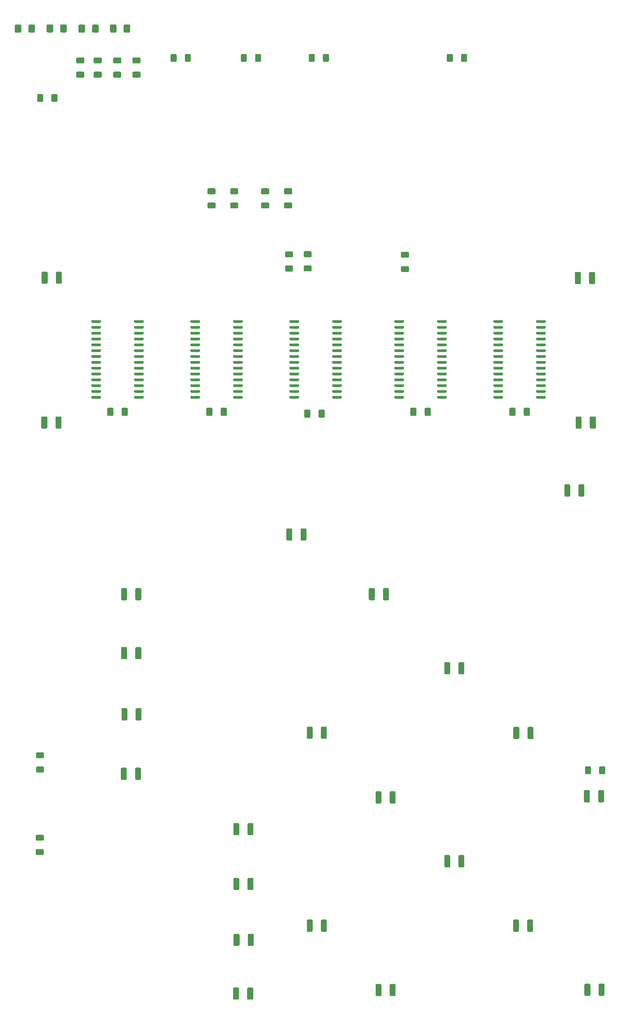
<source format=gbr>
%TF.GenerationSoftware,KiCad,Pcbnew,(5.1.9)-1*%
%TF.CreationDate,2021-06-15T23:19:55+02:00*%
%TF.ProjectId,opena3xx-mcdu,6f70656e-6133-4787-982d-6d6364752e6b,0.1*%
%TF.SameCoordinates,Original*%
%TF.FileFunction,Paste,Bot*%
%TF.FilePolarity,Positive*%
%FSLAX46Y46*%
G04 Gerber Fmt 4.6, Leading zero omitted, Abs format (unit mm)*
G04 Created by KiCad (PCBNEW (5.1.9)-1) date 2021-06-15 23:19:55*
%MOMM*%
%LPD*%
G01*
G04 APERTURE LIST*
G04 APERTURE END LIST*
%TO.C,R44*%
G36*
G01*
X298562600Y-129167200D02*
X298562600Y-127017200D01*
G75*
G02*
X298812600Y-126767200I250000J0D01*
G01*
X299612600Y-126767200D01*
G75*
G02*
X299862600Y-127017200I0J-250000D01*
G01*
X299862600Y-129167200D01*
G75*
G02*
X299612600Y-129417200I-250000J0D01*
G01*
X298812600Y-129417200D01*
G75*
G02*
X298562600Y-129167200I0J250000D01*
G01*
G37*
G36*
G01*
X295462600Y-129167200D02*
X295462600Y-127017200D01*
G75*
G02*
X295712600Y-126767200I250000J0D01*
G01*
X296512600Y-126767200D01*
G75*
G02*
X296762600Y-127017200I0J-250000D01*
G01*
X296762600Y-129167200D01*
G75*
G02*
X296512600Y-129417200I-250000J0D01*
G01*
X295712600Y-129417200D01*
G75*
G02*
X295462600Y-129167200I0J250000D01*
G01*
G37*
%TD*%
%TO.C,U5*%
G36*
G01*
X289349600Y-107922000D02*
X289349600Y-107622000D01*
G75*
G02*
X289499600Y-107472000I150000J0D01*
G01*
X291249600Y-107472000D01*
G75*
G02*
X291399600Y-107622000I0J-150000D01*
G01*
X291399600Y-107922000D01*
G75*
G02*
X291249600Y-108072000I-150000J0D01*
G01*
X289499600Y-108072000D01*
G75*
G02*
X289349600Y-107922000I0J150000D01*
G01*
G37*
G36*
G01*
X289349600Y-106652000D02*
X289349600Y-106352000D01*
G75*
G02*
X289499600Y-106202000I150000J0D01*
G01*
X291249600Y-106202000D01*
G75*
G02*
X291399600Y-106352000I0J-150000D01*
G01*
X291399600Y-106652000D01*
G75*
G02*
X291249600Y-106802000I-150000J0D01*
G01*
X289499600Y-106802000D01*
G75*
G02*
X289349600Y-106652000I0J150000D01*
G01*
G37*
G36*
G01*
X289349600Y-105382000D02*
X289349600Y-105082000D01*
G75*
G02*
X289499600Y-104932000I150000J0D01*
G01*
X291249600Y-104932000D01*
G75*
G02*
X291399600Y-105082000I0J-150000D01*
G01*
X291399600Y-105382000D01*
G75*
G02*
X291249600Y-105532000I-150000J0D01*
G01*
X289499600Y-105532000D01*
G75*
G02*
X289349600Y-105382000I0J150000D01*
G01*
G37*
G36*
G01*
X289349600Y-104112000D02*
X289349600Y-103812000D01*
G75*
G02*
X289499600Y-103662000I150000J0D01*
G01*
X291249600Y-103662000D01*
G75*
G02*
X291399600Y-103812000I0J-150000D01*
G01*
X291399600Y-104112000D01*
G75*
G02*
X291249600Y-104262000I-150000J0D01*
G01*
X289499600Y-104262000D01*
G75*
G02*
X289349600Y-104112000I0J150000D01*
G01*
G37*
G36*
G01*
X289349600Y-102842000D02*
X289349600Y-102542000D01*
G75*
G02*
X289499600Y-102392000I150000J0D01*
G01*
X291249600Y-102392000D01*
G75*
G02*
X291399600Y-102542000I0J-150000D01*
G01*
X291399600Y-102842000D01*
G75*
G02*
X291249600Y-102992000I-150000J0D01*
G01*
X289499600Y-102992000D01*
G75*
G02*
X289349600Y-102842000I0J150000D01*
G01*
G37*
G36*
G01*
X289349600Y-101572000D02*
X289349600Y-101272000D01*
G75*
G02*
X289499600Y-101122000I150000J0D01*
G01*
X291249600Y-101122000D01*
G75*
G02*
X291399600Y-101272000I0J-150000D01*
G01*
X291399600Y-101572000D01*
G75*
G02*
X291249600Y-101722000I-150000J0D01*
G01*
X289499600Y-101722000D01*
G75*
G02*
X289349600Y-101572000I0J150000D01*
G01*
G37*
G36*
G01*
X289349600Y-100302000D02*
X289349600Y-100002000D01*
G75*
G02*
X289499600Y-99852000I150000J0D01*
G01*
X291249600Y-99852000D01*
G75*
G02*
X291399600Y-100002000I0J-150000D01*
G01*
X291399600Y-100302000D01*
G75*
G02*
X291249600Y-100452000I-150000J0D01*
G01*
X289499600Y-100452000D01*
G75*
G02*
X289349600Y-100302000I0J150000D01*
G01*
G37*
G36*
G01*
X289349600Y-99032000D02*
X289349600Y-98732000D01*
G75*
G02*
X289499600Y-98582000I150000J0D01*
G01*
X291249600Y-98582000D01*
G75*
G02*
X291399600Y-98732000I0J-150000D01*
G01*
X291399600Y-99032000D01*
G75*
G02*
X291249600Y-99182000I-150000J0D01*
G01*
X289499600Y-99182000D01*
G75*
G02*
X289349600Y-99032000I0J150000D01*
G01*
G37*
G36*
G01*
X289349600Y-97762000D02*
X289349600Y-97462000D01*
G75*
G02*
X289499600Y-97312000I150000J0D01*
G01*
X291249600Y-97312000D01*
G75*
G02*
X291399600Y-97462000I0J-150000D01*
G01*
X291399600Y-97762000D01*
G75*
G02*
X291249600Y-97912000I-150000J0D01*
G01*
X289499600Y-97912000D01*
G75*
G02*
X289349600Y-97762000I0J150000D01*
G01*
G37*
G36*
G01*
X289349600Y-96492000D02*
X289349600Y-96192000D01*
G75*
G02*
X289499600Y-96042000I150000J0D01*
G01*
X291249600Y-96042000D01*
G75*
G02*
X291399600Y-96192000I0J-150000D01*
G01*
X291399600Y-96492000D01*
G75*
G02*
X291249600Y-96642000I-150000J0D01*
G01*
X289499600Y-96642000D01*
G75*
G02*
X289349600Y-96492000I0J150000D01*
G01*
G37*
G36*
G01*
X289349600Y-95222000D02*
X289349600Y-94922000D01*
G75*
G02*
X289499600Y-94772000I150000J0D01*
G01*
X291249600Y-94772000D01*
G75*
G02*
X291399600Y-94922000I0J-150000D01*
G01*
X291399600Y-95222000D01*
G75*
G02*
X291249600Y-95372000I-150000J0D01*
G01*
X289499600Y-95372000D01*
G75*
G02*
X289349600Y-95222000I0J150000D01*
G01*
G37*
G36*
G01*
X289349600Y-93952000D02*
X289349600Y-93652000D01*
G75*
G02*
X289499600Y-93502000I150000J0D01*
G01*
X291249600Y-93502000D01*
G75*
G02*
X291399600Y-93652000I0J-150000D01*
G01*
X291399600Y-93952000D01*
G75*
G02*
X291249600Y-94102000I-150000J0D01*
G01*
X289499600Y-94102000D01*
G75*
G02*
X289349600Y-93952000I0J150000D01*
G01*
G37*
G36*
G01*
X289349600Y-92682000D02*
X289349600Y-92382000D01*
G75*
G02*
X289499600Y-92232000I150000J0D01*
G01*
X291249600Y-92232000D01*
G75*
G02*
X291399600Y-92382000I0J-150000D01*
G01*
X291399600Y-92682000D01*
G75*
G02*
X291249600Y-92832000I-150000J0D01*
G01*
X289499600Y-92832000D01*
G75*
G02*
X289349600Y-92682000I0J150000D01*
G01*
G37*
G36*
G01*
X289349600Y-91412000D02*
X289349600Y-91112000D01*
G75*
G02*
X289499600Y-90962000I150000J0D01*
G01*
X291249600Y-90962000D01*
G75*
G02*
X291399600Y-91112000I0J-150000D01*
G01*
X291399600Y-91412000D01*
G75*
G02*
X291249600Y-91562000I-150000J0D01*
G01*
X289499600Y-91562000D01*
G75*
G02*
X289349600Y-91412000I0J150000D01*
G01*
G37*
G36*
G01*
X280049600Y-91412000D02*
X280049600Y-91112000D01*
G75*
G02*
X280199600Y-90962000I150000J0D01*
G01*
X281949600Y-90962000D01*
G75*
G02*
X282099600Y-91112000I0J-150000D01*
G01*
X282099600Y-91412000D01*
G75*
G02*
X281949600Y-91562000I-150000J0D01*
G01*
X280199600Y-91562000D01*
G75*
G02*
X280049600Y-91412000I0J150000D01*
G01*
G37*
G36*
G01*
X280049600Y-92682000D02*
X280049600Y-92382000D01*
G75*
G02*
X280199600Y-92232000I150000J0D01*
G01*
X281949600Y-92232000D01*
G75*
G02*
X282099600Y-92382000I0J-150000D01*
G01*
X282099600Y-92682000D01*
G75*
G02*
X281949600Y-92832000I-150000J0D01*
G01*
X280199600Y-92832000D01*
G75*
G02*
X280049600Y-92682000I0J150000D01*
G01*
G37*
G36*
G01*
X280049600Y-93952000D02*
X280049600Y-93652000D01*
G75*
G02*
X280199600Y-93502000I150000J0D01*
G01*
X281949600Y-93502000D01*
G75*
G02*
X282099600Y-93652000I0J-150000D01*
G01*
X282099600Y-93952000D01*
G75*
G02*
X281949600Y-94102000I-150000J0D01*
G01*
X280199600Y-94102000D01*
G75*
G02*
X280049600Y-93952000I0J150000D01*
G01*
G37*
G36*
G01*
X280049600Y-95222000D02*
X280049600Y-94922000D01*
G75*
G02*
X280199600Y-94772000I150000J0D01*
G01*
X281949600Y-94772000D01*
G75*
G02*
X282099600Y-94922000I0J-150000D01*
G01*
X282099600Y-95222000D01*
G75*
G02*
X281949600Y-95372000I-150000J0D01*
G01*
X280199600Y-95372000D01*
G75*
G02*
X280049600Y-95222000I0J150000D01*
G01*
G37*
G36*
G01*
X280049600Y-96492000D02*
X280049600Y-96192000D01*
G75*
G02*
X280199600Y-96042000I150000J0D01*
G01*
X281949600Y-96042000D01*
G75*
G02*
X282099600Y-96192000I0J-150000D01*
G01*
X282099600Y-96492000D01*
G75*
G02*
X281949600Y-96642000I-150000J0D01*
G01*
X280199600Y-96642000D01*
G75*
G02*
X280049600Y-96492000I0J150000D01*
G01*
G37*
G36*
G01*
X280049600Y-97762000D02*
X280049600Y-97462000D01*
G75*
G02*
X280199600Y-97312000I150000J0D01*
G01*
X281949600Y-97312000D01*
G75*
G02*
X282099600Y-97462000I0J-150000D01*
G01*
X282099600Y-97762000D01*
G75*
G02*
X281949600Y-97912000I-150000J0D01*
G01*
X280199600Y-97912000D01*
G75*
G02*
X280049600Y-97762000I0J150000D01*
G01*
G37*
G36*
G01*
X280049600Y-99032000D02*
X280049600Y-98732000D01*
G75*
G02*
X280199600Y-98582000I150000J0D01*
G01*
X281949600Y-98582000D01*
G75*
G02*
X282099600Y-98732000I0J-150000D01*
G01*
X282099600Y-99032000D01*
G75*
G02*
X281949600Y-99182000I-150000J0D01*
G01*
X280199600Y-99182000D01*
G75*
G02*
X280049600Y-99032000I0J150000D01*
G01*
G37*
G36*
G01*
X280049600Y-100302000D02*
X280049600Y-100002000D01*
G75*
G02*
X280199600Y-99852000I150000J0D01*
G01*
X281949600Y-99852000D01*
G75*
G02*
X282099600Y-100002000I0J-150000D01*
G01*
X282099600Y-100302000D01*
G75*
G02*
X281949600Y-100452000I-150000J0D01*
G01*
X280199600Y-100452000D01*
G75*
G02*
X280049600Y-100302000I0J150000D01*
G01*
G37*
G36*
G01*
X280049600Y-101572000D02*
X280049600Y-101272000D01*
G75*
G02*
X280199600Y-101122000I150000J0D01*
G01*
X281949600Y-101122000D01*
G75*
G02*
X282099600Y-101272000I0J-150000D01*
G01*
X282099600Y-101572000D01*
G75*
G02*
X281949600Y-101722000I-150000J0D01*
G01*
X280199600Y-101722000D01*
G75*
G02*
X280049600Y-101572000I0J150000D01*
G01*
G37*
G36*
G01*
X280049600Y-102842000D02*
X280049600Y-102542000D01*
G75*
G02*
X280199600Y-102392000I150000J0D01*
G01*
X281949600Y-102392000D01*
G75*
G02*
X282099600Y-102542000I0J-150000D01*
G01*
X282099600Y-102842000D01*
G75*
G02*
X281949600Y-102992000I-150000J0D01*
G01*
X280199600Y-102992000D01*
G75*
G02*
X280049600Y-102842000I0J150000D01*
G01*
G37*
G36*
G01*
X280049600Y-104112000D02*
X280049600Y-103812000D01*
G75*
G02*
X280199600Y-103662000I150000J0D01*
G01*
X281949600Y-103662000D01*
G75*
G02*
X282099600Y-103812000I0J-150000D01*
G01*
X282099600Y-104112000D01*
G75*
G02*
X281949600Y-104262000I-150000J0D01*
G01*
X280199600Y-104262000D01*
G75*
G02*
X280049600Y-104112000I0J150000D01*
G01*
G37*
G36*
G01*
X280049600Y-105382000D02*
X280049600Y-105082000D01*
G75*
G02*
X280199600Y-104932000I150000J0D01*
G01*
X281949600Y-104932000D01*
G75*
G02*
X282099600Y-105082000I0J-150000D01*
G01*
X282099600Y-105382000D01*
G75*
G02*
X281949600Y-105532000I-150000J0D01*
G01*
X280199600Y-105532000D01*
G75*
G02*
X280049600Y-105382000I0J150000D01*
G01*
G37*
G36*
G01*
X280049600Y-106652000D02*
X280049600Y-106352000D01*
G75*
G02*
X280199600Y-106202000I150000J0D01*
G01*
X281949600Y-106202000D01*
G75*
G02*
X282099600Y-106352000I0J-150000D01*
G01*
X282099600Y-106652000D01*
G75*
G02*
X281949600Y-106802000I-150000J0D01*
G01*
X280199600Y-106802000D01*
G75*
G02*
X280049600Y-106652000I0J150000D01*
G01*
G37*
G36*
G01*
X280049600Y-107922000D02*
X280049600Y-107622000D01*
G75*
G02*
X280199600Y-107472000I150000J0D01*
G01*
X281949600Y-107472000D01*
G75*
G02*
X282099600Y-107622000I0J-150000D01*
G01*
X282099600Y-107922000D01*
G75*
G02*
X281949600Y-108072000I-150000J0D01*
G01*
X280199600Y-108072000D01*
G75*
G02*
X280049600Y-107922000I0J150000D01*
G01*
G37*
%TD*%
%TO.C,U4*%
G36*
G01*
X267759600Y-107922000D02*
X267759600Y-107622000D01*
G75*
G02*
X267909600Y-107472000I150000J0D01*
G01*
X269659600Y-107472000D01*
G75*
G02*
X269809600Y-107622000I0J-150000D01*
G01*
X269809600Y-107922000D01*
G75*
G02*
X269659600Y-108072000I-150000J0D01*
G01*
X267909600Y-108072000D01*
G75*
G02*
X267759600Y-107922000I0J150000D01*
G01*
G37*
G36*
G01*
X267759600Y-106652000D02*
X267759600Y-106352000D01*
G75*
G02*
X267909600Y-106202000I150000J0D01*
G01*
X269659600Y-106202000D01*
G75*
G02*
X269809600Y-106352000I0J-150000D01*
G01*
X269809600Y-106652000D01*
G75*
G02*
X269659600Y-106802000I-150000J0D01*
G01*
X267909600Y-106802000D01*
G75*
G02*
X267759600Y-106652000I0J150000D01*
G01*
G37*
G36*
G01*
X267759600Y-105382000D02*
X267759600Y-105082000D01*
G75*
G02*
X267909600Y-104932000I150000J0D01*
G01*
X269659600Y-104932000D01*
G75*
G02*
X269809600Y-105082000I0J-150000D01*
G01*
X269809600Y-105382000D01*
G75*
G02*
X269659600Y-105532000I-150000J0D01*
G01*
X267909600Y-105532000D01*
G75*
G02*
X267759600Y-105382000I0J150000D01*
G01*
G37*
G36*
G01*
X267759600Y-104112000D02*
X267759600Y-103812000D01*
G75*
G02*
X267909600Y-103662000I150000J0D01*
G01*
X269659600Y-103662000D01*
G75*
G02*
X269809600Y-103812000I0J-150000D01*
G01*
X269809600Y-104112000D01*
G75*
G02*
X269659600Y-104262000I-150000J0D01*
G01*
X267909600Y-104262000D01*
G75*
G02*
X267759600Y-104112000I0J150000D01*
G01*
G37*
G36*
G01*
X267759600Y-102842000D02*
X267759600Y-102542000D01*
G75*
G02*
X267909600Y-102392000I150000J0D01*
G01*
X269659600Y-102392000D01*
G75*
G02*
X269809600Y-102542000I0J-150000D01*
G01*
X269809600Y-102842000D01*
G75*
G02*
X269659600Y-102992000I-150000J0D01*
G01*
X267909600Y-102992000D01*
G75*
G02*
X267759600Y-102842000I0J150000D01*
G01*
G37*
G36*
G01*
X267759600Y-101572000D02*
X267759600Y-101272000D01*
G75*
G02*
X267909600Y-101122000I150000J0D01*
G01*
X269659600Y-101122000D01*
G75*
G02*
X269809600Y-101272000I0J-150000D01*
G01*
X269809600Y-101572000D01*
G75*
G02*
X269659600Y-101722000I-150000J0D01*
G01*
X267909600Y-101722000D01*
G75*
G02*
X267759600Y-101572000I0J150000D01*
G01*
G37*
G36*
G01*
X267759600Y-100302000D02*
X267759600Y-100002000D01*
G75*
G02*
X267909600Y-99852000I150000J0D01*
G01*
X269659600Y-99852000D01*
G75*
G02*
X269809600Y-100002000I0J-150000D01*
G01*
X269809600Y-100302000D01*
G75*
G02*
X269659600Y-100452000I-150000J0D01*
G01*
X267909600Y-100452000D01*
G75*
G02*
X267759600Y-100302000I0J150000D01*
G01*
G37*
G36*
G01*
X267759600Y-99032000D02*
X267759600Y-98732000D01*
G75*
G02*
X267909600Y-98582000I150000J0D01*
G01*
X269659600Y-98582000D01*
G75*
G02*
X269809600Y-98732000I0J-150000D01*
G01*
X269809600Y-99032000D01*
G75*
G02*
X269659600Y-99182000I-150000J0D01*
G01*
X267909600Y-99182000D01*
G75*
G02*
X267759600Y-99032000I0J150000D01*
G01*
G37*
G36*
G01*
X267759600Y-97762000D02*
X267759600Y-97462000D01*
G75*
G02*
X267909600Y-97312000I150000J0D01*
G01*
X269659600Y-97312000D01*
G75*
G02*
X269809600Y-97462000I0J-150000D01*
G01*
X269809600Y-97762000D01*
G75*
G02*
X269659600Y-97912000I-150000J0D01*
G01*
X267909600Y-97912000D01*
G75*
G02*
X267759600Y-97762000I0J150000D01*
G01*
G37*
G36*
G01*
X267759600Y-96492000D02*
X267759600Y-96192000D01*
G75*
G02*
X267909600Y-96042000I150000J0D01*
G01*
X269659600Y-96042000D01*
G75*
G02*
X269809600Y-96192000I0J-150000D01*
G01*
X269809600Y-96492000D01*
G75*
G02*
X269659600Y-96642000I-150000J0D01*
G01*
X267909600Y-96642000D01*
G75*
G02*
X267759600Y-96492000I0J150000D01*
G01*
G37*
G36*
G01*
X267759600Y-95222000D02*
X267759600Y-94922000D01*
G75*
G02*
X267909600Y-94772000I150000J0D01*
G01*
X269659600Y-94772000D01*
G75*
G02*
X269809600Y-94922000I0J-150000D01*
G01*
X269809600Y-95222000D01*
G75*
G02*
X269659600Y-95372000I-150000J0D01*
G01*
X267909600Y-95372000D01*
G75*
G02*
X267759600Y-95222000I0J150000D01*
G01*
G37*
G36*
G01*
X267759600Y-93952000D02*
X267759600Y-93652000D01*
G75*
G02*
X267909600Y-93502000I150000J0D01*
G01*
X269659600Y-93502000D01*
G75*
G02*
X269809600Y-93652000I0J-150000D01*
G01*
X269809600Y-93952000D01*
G75*
G02*
X269659600Y-94102000I-150000J0D01*
G01*
X267909600Y-94102000D01*
G75*
G02*
X267759600Y-93952000I0J150000D01*
G01*
G37*
G36*
G01*
X267759600Y-92682000D02*
X267759600Y-92382000D01*
G75*
G02*
X267909600Y-92232000I150000J0D01*
G01*
X269659600Y-92232000D01*
G75*
G02*
X269809600Y-92382000I0J-150000D01*
G01*
X269809600Y-92682000D01*
G75*
G02*
X269659600Y-92832000I-150000J0D01*
G01*
X267909600Y-92832000D01*
G75*
G02*
X267759600Y-92682000I0J150000D01*
G01*
G37*
G36*
G01*
X267759600Y-91412000D02*
X267759600Y-91112000D01*
G75*
G02*
X267909600Y-90962000I150000J0D01*
G01*
X269659600Y-90962000D01*
G75*
G02*
X269809600Y-91112000I0J-150000D01*
G01*
X269809600Y-91412000D01*
G75*
G02*
X269659600Y-91562000I-150000J0D01*
G01*
X267909600Y-91562000D01*
G75*
G02*
X267759600Y-91412000I0J150000D01*
G01*
G37*
G36*
G01*
X258459600Y-91412000D02*
X258459600Y-91112000D01*
G75*
G02*
X258609600Y-90962000I150000J0D01*
G01*
X260359600Y-90962000D01*
G75*
G02*
X260509600Y-91112000I0J-150000D01*
G01*
X260509600Y-91412000D01*
G75*
G02*
X260359600Y-91562000I-150000J0D01*
G01*
X258609600Y-91562000D01*
G75*
G02*
X258459600Y-91412000I0J150000D01*
G01*
G37*
G36*
G01*
X258459600Y-92682000D02*
X258459600Y-92382000D01*
G75*
G02*
X258609600Y-92232000I150000J0D01*
G01*
X260359600Y-92232000D01*
G75*
G02*
X260509600Y-92382000I0J-150000D01*
G01*
X260509600Y-92682000D01*
G75*
G02*
X260359600Y-92832000I-150000J0D01*
G01*
X258609600Y-92832000D01*
G75*
G02*
X258459600Y-92682000I0J150000D01*
G01*
G37*
G36*
G01*
X258459600Y-93952000D02*
X258459600Y-93652000D01*
G75*
G02*
X258609600Y-93502000I150000J0D01*
G01*
X260359600Y-93502000D01*
G75*
G02*
X260509600Y-93652000I0J-150000D01*
G01*
X260509600Y-93952000D01*
G75*
G02*
X260359600Y-94102000I-150000J0D01*
G01*
X258609600Y-94102000D01*
G75*
G02*
X258459600Y-93952000I0J150000D01*
G01*
G37*
G36*
G01*
X258459600Y-95222000D02*
X258459600Y-94922000D01*
G75*
G02*
X258609600Y-94772000I150000J0D01*
G01*
X260359600Y-94772000D01*
G75*
G02*
X260509600Y-94922000I0J-150000D01*
G01*
X260509600Y-95222000D01*
G75*
G02*
X260359600Y-95372000I-150000J0D01*
G01*
X258609600Y-95372000D01*
G75*
G02*
X258459600Y-95222000I0J150000D01*
G01*
G37*
G36*
G01*
X258459600Y-96492000D02*
X258459600Y-96192000D01*
G75*
G02*
X258609600Y-96042000I150000J0D01*
G01*
X260359600Y-96042000D01*
G75*
G02*
X260509600Y-96192000I0J-150000D01*
G01*
X260509600Y-96492000D01*
G75*
G02*
X260359600Y-96642000I-150000J0D01*
G01*
X258609600Y-96642000D01*
G75*
G02*
X258459600Y-96492000I0J150000D01*
G01*
G37*
G36*
G01*
X258459600Y-97762000D02*
X258459600Y-97462000D01*
G75*
G02*
X258609600Y-97312000I150000J0D01*
G01*
X260359600Y-97312000D01*
G75*
G02*
X260509600Y-97462000I0J-150000D01*
G01*
X260509600Y-97762000D01*
G75*
G02*
X260359600Y-97912000I-150000J0D01*
G01*
X258609600Y-97912000D01*
G75*
G02*
X258459600Y-97762000I0J150000D01*
G01*
G37*
G36*
G01*
X258459600Y-99032000D02*
X258459600Y-98732000D01*
G75*
G02*
X258609600Y-98582000I150000J0D01*
G01*
X260359600Y-98582000D01*
G75*
G02*
X260509600Y-98732000I0J-150000D01*
G01*
X260509600Y-99032000D01*
G75*
G02*
X260359600Y-99182000I-150000J0D01*
G01*
X258609600Y-99182000D01*
G75*
G02*
X258459600Y-99032000I0J150000D01*
G01*
G37*
G36*
G01*
X258459600Y-100302000D02*
X258459600Y-100002000D01*
G75*
G02*
X258609600Y-99852000I150000J0D01*
G01*
X260359600Y-99852000D01*
G75*
G02*
X260509600Y-100002000I0J-150000D01*
G01*
X260509600Y-100302000D01*
G75*
G02*
X260359600Y-100452000I-150000J0D01*
G01*
X258609600Y-100452000D01*
G75*
G02*
X258459600Y-100302000I0J150000D01*
G01*
G37*
G36*
G01*
X258459600Y-101572000D02*
X258459600Y-101272000D01*
G75*
G02*
X258609600Y-101122000I150000J0D01*
G01*
X260359600Y-101122000D01*
G75*
G02*
X260509600Y-101272000I0J-150000D01*
G01*
X260509600Y-101572000D01*
G75*
G02*
X260359600Y-101722000I-150000J0D01*
G01*
X258609600Y-101722000D01*
G75*
G02*
X258459600Y-101572000I0J150000D01*
G01*
G37*
G36*
G01*
X258459600Y-102842000D02*
X258459600Y-102542000D01*
G75*
G02*
X258609600Y-102392000I150000J0D01*
G01*
X260359600Y-102392000D01*
G75*
G02*
X260509600Y-102542000I0J-150000D01*
G01*
X260509600Y-102842000D01*
G75*
G02*
X260359600Y-102992000I-150000J0D01*
G01*
X258609600Y-102992000D01*
G75*
G02*
X258459600Y-102842000I0J150000D01*
G01*
G37*
G36*
G01*
X258459600Y-104112000D02*
X258459600Y-103812000D01*
G75*
G02*
X258609600Y-103662000I150000J0D01*
G01*
X260359600Y-103662000D01*
G75*
G02*
X260509600Y-103812000I0J-150000D01*
G01*
X260509600Y-104112000D01*
G75*
G02*
X260359600Y-104262000I-150000J0D01*
G01*
X258609600Y-104262000D01*
G75*
G02*
X258459600Y-104112000I0J150000D01*
G01*
G37*
G36*
G01*
X258459600Y-105382000D02*
X258459600Y-105082000D01*
G75*
G02*
X258609600Y-104932000I150000J0D01*
G01*
X260359600Y-104932000D01*
G75*
G02*
X260509600Y-105082000I0J-150000D01*
G01*
X260509600Y-105382000D01*
G75*
G02*
X260359600Y-105532000I-150000J0D01*
G01*
X258609600Y-105532000D01*
G75*
G02*
X258459600Y-105382000I0J150000D01*
G01*
G37*
G36*
G01*
X258459600Y-106652000D02*
X258459600Y-106352000D01*
G75*
G02*
X258609600Y-106202000I150000J0D01*
G01*
X260359600Y-106202000D01*
G75*
G02*
X260509600Y-106352000I0J-150000D01*
G01*
X260509600Y-106652000D01*
G75*
G02*
X260359600Y-106802000I-150000J0D01*
G01*
X258609600Y-106802000D01*
G75*
G02*
X258459600Y-106652000I0J150000D01*
G01*
G37*
G36*
G01*
X258459600Y-107922000D02*
X258459600Y-107622000D01*
G75*
G02*
X258609600Y-107472000I150000J0D01*
G01*
X260359600Y-107472000D01*
G75*
G02*
X260509600Y-107622000I0J-150000D01*
G01*
X260509600Y-107922000D01*
G75*
G02*
X260359600Y-108072000I-150000J0D01*
G01*
X258609600Y-108072000D01*
G75*
G02*
X258459600Y-107922000I0J150000D01*
G01*
G37*
%TD*%
%TO.C,U3*%
G36*
G01*
X244899600Y-107922000D02*
X244899600Y-107622000D01*
G75*
G02*
X245049600Y-107472000I150000J0D01*
G01*
X246799600Y-107472000D01*
G75*
G02*
X246949600Y-107622000I0J-150000D01*
G01*
X246949600Y-107922000D01*
G75*
G02*
X246799600Y-108072000I-150000J0D01*
G01*
X245049600Y-108072000D01*
G75*
G02*
X244899600Y-107922000I0J150000D01*
G01*
G37*
G36*
G01*
X244899600Y-106652000D02*
X244899600Y-106352000D01*
G75*
G02*
X245049600Y-106202000I150000J0D01*
G01*
X246799600Y-106202000D01*
G75*
G02*
X246949600Y-106352000I0J-150000D01*
G01*
X246949600Y-106652000D01*
G75*
G02*
X246799600Y-106802000I-150000J0D01*
G01*
X245049600Y-106802000D01*
G75*
G02*
X244899600Y-106652000I0J150000D01*
G01*
G37*
G36*
G01*
X244899600Y-105382000D02*
X244899600Y-105082000D01*
G75*
G02*
X245049600Y-104932000I150000J0D01*
G01*
X246799600Y-104932000D01*
G75*
G02*
X246949600Y-105082000I0J-150000D01*
G01*
X246949600Y-105382000D01*
G75*
G02*
X246799600Y-105532000I-150000J0D01*
G01*
X245049600Y-105532000D01*
G75*
G02*
X244899600Y-105382000I0J150000D01*
G01*
G37*
G36*
G01*
X244899600Y-104112000D02*
X244899600Y-103812000D01*
G75*
G02*
X245049600Y-103662000I150000J0D01*
G01*
X246799600Y-103662000D01*
G75*
G02*
X246949600Y-103812000I0J-150000D01*
G01*
X246949600Y-104112000D01*
G75*
G02*
X246799600Y-104262000I-150000J0D01*
G01*
X245049600Y-104262000D01*
G75*
G02*
X244899600Y-104112000I0J150000D01*
G01*
G37*
G36*
G01*
X244899600Y-102842000D02*
X244899600Y-102542000D01*
G75*
G02*
X245049600Y-102392000I150000J0D01*
G01*
X246799600Y-102392000D01*
G75*
G02*
X246949600Y-102542000I0J-150000D01*
G01*
X246949600Y-102842000D01*
G75*
G02*
X246799600Y-102992000I-150000J0D01*
G01*
X245049600Y-102992000D01*
G75*
G02*
X244899600Y-102842000I0J150000D01*
G01*
G37*
G36*
G01*
X244899600Y-101572000D02*
X244899600Y-101272000D01*
G75*
G02*
X245049600Y-101122000I150000J0D01*
G01*
X246799600Y-101122000D01*
G75*
G02*
X246949600Y-101272000I0J-150000D01*
G01*
X246949600Y-101572000D01*
G75*
G02*
X246799600Y-101722000I-150000J0D01*
G01*
X245049600Y-101722000D01*
G75*
G02*
X244899600Y-101572000I0J150000D01*
G01*
G37*
G36*
G01*
X244899600Y-100302000D02*
X244899600Y-100002000D01*
G75*
G02*
X245049600Y-99852000I150000J0D01*
G01*
X246799600Y-99852000D01*
G75*
G02*
X246949600Y-100002000I0J-150000D01*
G01*
X246949600Y-100302000D01*
G75*
G02*
X246799600Y-100452000I-150000J0D01*
G01*
X245049600Y-100452000D01*
G75*
G02*
X244899600Y-100302000I0J150000D01*
G01*
G37*
G36*
G01*
X244899600Y-99032000D02*
X244899600Y-98732000D01*
G75*
G02*
X245049600Y-98582000I150000J0D01*
G01*
X246799600Y-98582000D01*
G75*
G02*
X246949600Y-98732000I0J-150000D01*
G01*
X246949600Y-99032000D01*
G75*
G02*
X246799600Y-99182000I-150000J0D01*
G01*
X245049600Y-99182000D01*
G75*
G02*
X244899600Y-99032000I0J150000D01*
G01*
G37*
G36*
G01*
X244899600Y-97762000D02*
X244899600Y-97462000D01*
G75*
G02*
X245049600Y-97312000I150000J0D01*
G01*
X246799600Y-97312000D01*
G75*
G02*
X246949600Y-97462000I0J-150000D01*
G01*
X246949600Y-97762000D01*
G75*
G02*
X246799600Y-97912000I-150000J0D01*
G01*
X245049600Y-97912000D01*
G75*
G02*
X244899600Y-97762000I0J150000D01*
G01*
G37*
G36*
G01*
X244899600Y-96492000D02*
X244899600Y-96192000D01*
G75*
G02*
X245049600Y-96042000I150000J0D01*
G01*
X246799600Y-96042000D01*
G75*
G02*
X246949600Y-96192000I0J-150000D01*
G01*
X246949600Y-96492000D01*
G75*
G02*
X246799600Y-96642000I-150000J0D01*
G01*
X245049600Y-96642000D01*
G75*
G02*
X244899600Y-96492000I0J150000D01*
G01*
G37*
G36*
G01*
X244899600Y-95222000D02*
X244899600Y-94922000D01*
G75*
G02*
X245049600Y-94772000I150000J0D01*
G01*
X246799600Y-94772000D01*
G75*
G02*
X246949600Y-94922000I0J-150000D01*
G01*
X246949600Y-95222000D01*
G75*
G02*
X246799600Y-95372000I-150000J0D01*
G01*
X245049600Y-95372000D01*
G75*
G02*
X244899600Y-95222000I0J150000D01*
G01*
G37*
G36*
G01*
X244899600Y-93952000D02*
X244899600Y-93652000D01*
G75*
G02*
X245049600Y-93502000I150000J0D01*
G01*
X246799600Y-93502000D01*
G75*
G02*
X246949600Y-93652000I0J-150000D01*
G01*
X246949600Y-93952000D01*
G75*
G02*
X246799600Y-94102000I-150000J0D01*
G01*
X245049600Y-94102000D01*
G75*
G02*
X244899600Y-93952000I0J150000D01*
G01*
G37*
G36*
G01*
X244899600Y-92682000D02*
X244899600Y-92382000D01*
G75*
G02*
X245049600Y-92232000I150000J0D01*
G01*
X246799600Y-92232000D01*
G75*
G02*
X246949600Y-92382000I0J-150000D01*
G01*
X246949600Y-92682000D01*
G75*
G02*
X246799600Y-92832000I-150000J0D01*
G01*
X245049600Y-92832000D01*
G75*
G02*
X244899600Y-92682000I0J150000D01*
G01*
G37*
G36*
G01*
X244899600Y-91412000D02*
X244899600Y-91112000D01*
G75*
G02*
X245049600Y-90962000I150000J0D01*
G01*
X246799600Y-90962000D01*
G75*
G02*
X246949600Y-91112000I0J-150000D01*
G01*
X246949600Y-91412000D01*
G75*
G02*
X246799600Y-91562000I-150000J0D01*
G01*
X245049600Y-91562000D01*
G75*
G02*
X244899600Y-91412000I0J150000D01*
G01*
G37*
G36*
G01*
X235599600Y-91412000D02*
X235599600Y-91112000D01*
G75*
G02*
X235749600Y-90962000I150000J0D01*
G01*
X237499600Y-90962000D01*
G75*
G02*
X237649600Y-91112000I0J-150000D01*
G01*
X237649600Y-91412000D01*
G75*
G02*
X237499600Y-91562000I-150000J0D01*
G01*
X235749600Y-91562000D01*
G75*
G02*
X235599600Y-91412000I0J150000D01*
G01*
G37*
G36*
G01*
X235599600Y-92682000D02*
X235599600Y-92382000D01*
G75*
G02*
X235749600Y-92232000I150000J0D01*
G01*
X237499600Y-92232000D01*
G75*
G02*
X237649600Y-92382000I0J-150000D01*
G01*
X237649600Y-92682000D01*
G75*
G02*
X237499600Y-92832000I-150000J0D01*
G01*
X235749600Y-92832000D01*
G75*
G02*
X235599600Y-92682000I0J150000D01*
G01*
G37*
G36*
G01*
X235599600Y-93952000D02*
X235599600Y-93652000D01*
G75*
G02*
X235749600Y-93502000I150000J0D01*
G01*
X237499600Y-93502000D01*
G75*
G02*
X237649600Y-93652000I0J-150000D01*
G01*
X237649600Y-93952000D01*
G75*
G02*
X237499600Y-94102000I-150000J0D01*
G01*
X235749600Y-94102000D01*
G75*
G02*
X235599600Y-93952000I0J150000D01*
G01*
G37*
G36*
G01*
X235599600Y-95222000D02*
X235599600Y-94922000D01*
G75*
G02*
X235749600Y-94772000I150000J0D01*
G01*
X237499600Y-94772000D01*
G75*
G02*
X237649600Y-94922000I0J-150000D01*
G01*
X237649600Y-95222000D01*
G75*
G02*
X237499600Y-95372000I-150000J0D01*
G01*
X235749600Y-95372000D01*
G75*
G02*
X235599600Y-95222000I0J150000D01*
G01*
G37*
G36*
G01*
X235599600Y-96492000D02*
X235599600Y-96192000D01*
G75*
G02*
X235749600Y-96042000I150000J0D01*
G01*
X237499600Y-96042000D01*
G75*
G02*
X237649600Y-96192000I0J-150000D01*
G01*
X237649600Y-96492000D01*
G75*
G02*
X237499600Y-96642000I-150000J0D01*
G01*
X235749600Y-96642000D01*
G75*
G02*
X235599600Y-96492000I0J150000D01*
G01*
G37*
G36*
G01*
X235599600Y-97762000D02*
X235599600Y-97462000D01*
G75*
G02*
X235749600Y-97312000I150000J0D01*
G01*
X237499600Y-97312000D01*
G75*
G02*
X237649600Y-97462000I0J-150000D01*
G01*
X237649600Y-97762000D01*
G75*
G02*
X237499600Y-97912000I-150000J0D01*
G01*
X235749600Y-97912000D01*
G75*
G02*
X235599600Y-97762000I0J150000D01*
G01*
G37*
G36*
G01*
X235599600Y-99032000D02*
X235599600Y-98732000D01*
G75*
G02*
X235749600Y-98582000I150000J0D01*
G01*
X237499600Y-98582000D01*
G75*
G02*
X237649600Y-98732000I0J-150000D01*
G01*
X237649600Y-99032000D01*
G75*
G02*
X237499600Y-99182000I-150000J0D01*
G01*
X235749600Y-99182000D01*
G75*
G02*
X235599600Y-99032000I0J150000D01*
G01*
G37*
G36*
G01*
X235599600Y-100302000D02*
X235599600Y-100002000D01*
G75*
G02*
X235749600Y-99852000I150000J0D01*
G01*
X237499600Y-99852000D01*
G75*
G02*
X237649600Y-100002000I0J-150000D01*
G01*
X237649600Y-100302000D01*
G75*
G02*
X237499600Y-100452000I-150000J0D01*
G01*
X235749600Y-100452000D01*
G75*
G02*
X235599600Y-100302000I0J150000D01*
G01*
G37*
G36*
G01*
X235599600Y-101572000D02*
X235599600Y-101272000D01*
G75*
G02*
X235749600Y-101122000I150000J0D01*
G01*
X237499600Y-101122000D01*
G75*
G02*
X237649600Y-101272000I0J-150000D01*
G01*
X237649600Y-101572000D01*
G75*
G02*
X237499600Y-101722000I-150000J0D01*
G01*
X235749600Y-101722000D01*
G75*
G02*
X235599600Y-101572000I0J150000D01*
G01*
G37*
G36*
G01*
X235599600Y-102842000D02*
X235599600Y-102542000D01*
G75*
G02*
X235749600Y-102392000I150000J0D01*
G01*
X237499600Y-102392000D01*
G75*
G02*
X237649600Y-102542000I0J-150000D01*
G01*
X237649600Y-102842000D01*
G75*
G02*
X237499600Y-102992000I-150000J0D01*
G01*
X235749600Y-102992000D01*
G75*
G02*
X235599600Y-102842000I0J150000D01*
G01*
G37*
G36*
G01*
X235599600Y-104112000D02*
X235599600Y-103812000D01*
G75*
G02*
X235749600Y-103662000I150000J0D01*
G01*
X237499600Y-103662000D01*
G75*
G02*
X237649600Y-103812000I0J-150000D01*
G01*
X237649600Y-104112000D01*
G75*
G02*
X237499600Y-104262000I-150000J0D01*
G01*
X235749600Y-104262000D01*
G75*
G02*
X235599600Y-104112000I0J150000D01*
G01*
G37*
G36*
G01*
X235599600Y-105382000D02*
X235599600Y-105082000D01*
G75*
G02*
X235749600Y-104932000I150000J0D01*
G01*
X237499600Y-104932000D01*
G75*
G02*
X237649600Y-105082000I0J-150000D01*
G01*
X237649600Y-105382000D01*
G75*
G02*
X237499600Y-105532000I-150000J0D01*
G01*
X235749600Y-105532000D01*
G75*
G02*
X235599600Y-105382000I0J150000D01*
G01*
G37*
G36*
G01*
X235599600Y-106652000D02*
X235599600Y-106352000D01*
G75*
G02*
X235749600Y-106202000I150000J0D01*
G01*
X237499600Y-106202000D01*
G75*
G02*
X237649600Y-106352000I0J-150000D01*
G01*
X237649600Y-106652000D01*
G75*
G02*
X237499600Y-106802000I-150000J0D01*
G01*
X235749600Y-106802000D01*
G75*
G02*
X235599600Y-106652000I0J150000D01*
G01*
G37*
G36*
G01*
X235599600Y-107922000D02*
X235599600Y-107622000D01*
G75*
G02*
X235749600Y-107472000I150000J0D01*
G01*
X237499600Y-107472000D01*
G75*
G02*
X237649600Y-107622000I0J-150000D01*
G01*
X237649600Y-107922000D01*
G75*
G02*
X237499600Y-108072000I-150000J0D01*
G01*
X235749600Y-108072000D01*
G75*
G02*
X235599600Y-107922000I0J150000D01*
G01*
G37*
%TD*%
%TO.C,U2*%
G36*
G01*
X223309600Y-107922000D02*
X223309600Y-107622000D01*
G75*
G02*
X223459600Y-107472000I150000J0D01*
G01*
X225209600Y-107472000D01*
G75*
G02*
X225359600Y-107622000I0J-150000D01*
G01*
X225359600Y-107922000D01*
G75*
G02*
X225209600Y-108072000I-150000J0D01*
G01*
X223459600Y-108072000D01*
G75*
G02*
X223309600Y-107922000I0J150000D01*
G01*
G37*
G36*
G01*
X223309600Y-106652000D02*
X223309600Y-106352000D01*
G75*
G02*
X223459600Y-106202000I150000J0D01*
G01*
X225209600Y-106202000D01*
G75*
G02*
X225359600Y-106352000I0J-150000D01*
G01*
X225359600Y-106652000D01*
G75*
G02*
X225209600Y-106802000I-150000J0D01*
G01*
X223459600Y-106802000D01*
G75*
G02*
X223309600Y-106652000I0J150000D01*
G01*
G37*
G36*
G01*
X223309600Y-105382000D02*
X223309600Y-105082000D01*
G75*
G02*
X223459600Y-104932000I150000J0D01*
G01*
X225209600Y-104932000D01*
G75*
G02*
X225359600Y-105082000I0J-150000D01*
G01*
X225359600Y-105382000D01*
G75*
G02*
X225209600Y-105532000I-150000J0D01*
G01*
X223459600Y-105532000D01*
G75*
G02*
X223309600Y-105382000I0J150000D01*
G01*
G37*
G36*
G01*
X223309600Y-104112000D02*
X223309600Y-103812000D01*
G75*
G02*
X223459600Y-103662000I150000J0D01*
G01*
X225209600Y-103662000D01*
G75*
G02*
X225359600Y-103812000I0J-150000D01*
G01*
X225359600Y-104112000D01*
G75*
G02*
X225209600Y-104262000I-150000J0D01*
G01*
X223459600Y-104262000D01*
G75*
G02*
X223309600Y-104112000I0J150000D01*
G01*
G37*
G36*
G01*
X223309600Y-102842000D02*
X223309600Y-102542000D01*
G75*
G02*
X223459600Y-102392000I150000J0D01*
G01*
X225209600Y-102392000D01*
G75*
G02*
X225359600Y-102542000I0J-150000D01*
G01*
X225359600Y-102842000D01*
G75*
G02*
X225209600Y-102992000I-150000J0D01*
G01*
X223459600Y-102992000D01*
G75*
G02*
X223309600Y-102842000I0J150000D01*
G01*
G37*
G36*
G01*
X223309600Y-101572000D02*
X223309600Y-101272000D01*
G75*
G02*
X223459600Y-101122000I150000J0D01*
G01*
X225209600Y-101122000D01*
G75*
G02*
X225359600Y-101272000I0J-150000D01*
G01*
X225359600Y-101572000D01*
G75*
G02*
X225209600Y-101722000I-150000J0D01*
G01*
X223459600Y-101722000D01*
G75*
G02*
X223309600Y-101572000I0J150000D01*
G01*
G37*
G36*
G01*
X223309600Y-100302000D02*
X223309600Y-100002000D01*
G75*
G02*
X223459600Y-99852000I150000J0D01*
G01*
X225209600Y-99852000D01*
G75*
G02*
X225359600Y-100002000I0J-150000D01*
G01*
X225359600Y-100302000D01*
G75*
G02*
X225209600Y-100452000I-150000J0D01*
G01*
X223459600Y-100452000D01*
G75*
G02*
X223309600Y-100302000I0J150000D01*
G01*
G37*
G36*
G01*
X223309600Y-99032000D02*
X223309600Y-98732000D01*
G75*
G02*
X223459600Y-98582000I150000J0D01*
G01*
X225209600Y-98582000D01*
G75*
G02*
X225359600Y-98732000I0J-150000D01*
G01*
X225359600Y-99032000D01*
G75*
G02*
X225209600Y-99182000I-150000J0D01*
G01*
X223459600Y-99182000D01*
G75*
G02*
X223309600Y-99032000I0J150000D01*
G01*
G37*
G36*
G01*
X223309600Y-97762000D02*
X223309600Y-97462000D01*
G75*
G02*
X223459600Y-97312000I150000J0D01*
G01*
X225209600Y-97312000D01*
G75*
G02*
X225359600Y-97462000I0J-150000D01*
G01*
X225359600Y-97762000D01*
G75*
G02*
X225209600Y-97912000I-150000J0D01*
G01*
X223459600Y-97912000D01*
G75*
G02*
X223309600Y-97762000I0J150000D01*
G01*
G37*
G36*
G01*
X223309600Y-96492000D02*
X223309600Y-96192000D01*
G75*
G02*
X223459600Y-96042000I150000J0D01*
G01*
X225209600Y-96042000D01*
G75*
G02*
X225359600Y-96192000I0J-150000D01*
G01*
X225359600Y-96492000D01*
G75*
G02*
X225209600Y-96642000I-150000J0D01*
G01*
X223459600Y-96642000D01*
G75*
G02*
X223309600Y-96492000I0J150000D01*
G01*
G37*
G36*
G01*
X223309600Y-95222000D02*
X223309600Y-94922000D01*
G75*
G02*
X223459600Y-94772000I150000J0D01*
G01*
X225209600Y-94772000D01*
G75*
G02*
X225359600Y-94922000I0J-150000D01*
G01*
X225359600Y-95222000D01*
G75*
G02*
X225209600Y-95372000I-150000J0D01*
G01*
X223459600Y-95372000D01*
G75*
G02*
X223309600Y-95222000I0J150000D01*
G01*
G37*
G36*
G01*
X223309600Y-93952000D02*
X223309600Y-93652000D01*
G75*
G02*
X223459600Y-93502000I150000J0D01*
G01*
X225209600Y-93502000D01*
G75*
G02*
X225359600Y-93652000I0J-150000D01*
G01*
X225359600Y-93952000D01*
G75*
G02*
X225209600Y-94102000I-150000J0D01*
G01*
X223459600Y-94102000D01*
G75*
G02*
X223309600Y-93952000I0J150000D01*
G01*
G37*
G36*
G01*
X223309600Y-92682000D02*
X223309600Y-92382000D01*
G75*
G02*
X223459600Y-92232000I150000J0D01*
G01*
X225209600Y-92232000D01*
G75*
G02*
X225359600Y-92382000I0J-150000D01*
G01*
X225359600Y-92682000D01*
G75*
G02*
X225209600Y-92832000I-150000J0D01*
G01*
X223459600Y-92832000D01*
G75*
G02*
X223309600Y-92682000I0J150000D01*
G01*
G37*
G36*
G01*
X223309600Y-91412000D02*
X223309600Y-91112000D01*
G75*
G02*
X223459600Y-90962000I150000J0D01*
G01*
X225209600Y-90962000D01*
G75*
G02*
X225359600Y-91112000I0J-150000D01*
G01*
X225359600Y-91412000D01*
G75*
G02*
X225209600Y-91562000I-150000J0D01*
G01*
X223459600Y-91562000D01*
G75*
G02*
X223309600Y-91412000I0J150000D01*
G01*
G37*
G36*
G01*
X214009600Y-91412000D02*
X214009600Y-91112000D01*
G75*
G02*
X214159600Y-90962000I150000J0D01*
G01*
X215909600Y-90962000D01*
G75*
G02*
X216059600Y-91112000I0J-150000D01*
G01*
X216059600Y-91412000D01*
G75*
G02*
X215909600Y-91562000I-150000J0D01*
G01*
X214159600Y-91562000D01*
G75*
G02*
X214009600Y-91412000I0J150000D01*
G01*
G37*
G36*
G01*
X214009600Y-92682000D02*
X214009600Y-92382000D01*
G75*
G02*
X214159600Y-92232000I150000J0D01*
G01*
X215909600Y-92232000D01*
G75*
G02*
X216059600Y-92382000I0J-150000D01*
G01*
X216059600Y-92682000D01*
G75*
G02*
X215909600Y-92832000I-150000J0D01*
G01*
X214159600Y-92832000D01*
G75*
G02*
X214009600Y-92682000I0J150000D01*
G01*
G37*
G36*
G01*
X214009600Y-93952000D02*
X214009600Y-93652000D01*
G75*
G02*
X214159600Y-93502000I150000J0D01*
G01*
X215909600Y-93502000D01*
G75*
G02*
X216059600Y-93652000I0J-150000D01*
G01*
X216059600Y-93952000D01*
G75*
G02*
X215909600Y-94102000I-150000J0D01*
G01*
X214159600Y-94102000D01*
G75*
G02*
X214009600Y-93952000I0J150000D01*
G01*
G37*
G36*
G01*
X214009600Y-95222000D02*
X214009600Y-94922000D01*
G75*
G02*
X214159600Y-94772000I150000J0D01*
G01*
X215909600Y-94772000D01*
G75*
G02*
X216059600Y-94922000I0J-150000D01*
G01*
X216059600Y-95222000D01*
G75*
G02*
X215909600Y-95372000I-150000J0D01*
G01*
X214159600Y-95372000D01*
G75*
G02*
X214009600Y-95222000I0J150000D01*
G01*
G37*
G36*
G01*
X214009600Y-96492000D02*
X214009600Y-96192000D01*
G75*
G02*
X214159600Y-96042000I150000J0D01*
G01*
X215909600Y-96042000D01*
G75*
G02*
X216059600Y-96192000I0J-150000D01*
G01*
X216059600Y-96492000D01*
G75*
G02*
X215909600Y-96642000I-150000J0D01*
G01*
X214159600Y-96642000D01*
G75*
G02*
X214009600Y-96492000I0J150000D01*
G01*
G37*
G36*
G01*
X214009600Y-97762000D02*
X214009600Y-97462000D01*
G75*
G02*
X214159600Y-97312000I150000J0D01*
G01*
X215909600Y-97312000D01*
G75*
G02*
X216059600Y-97462000I0J-150000D01*
G01*
X216059600Y-97762000D01*
G75*
G02*
X215909600Y-97912000I-150000J0D01*
G01*
X214159600Y-97912000D01*
G75*
G02*
X214009600Y-97762000I0J150000D01*
G01*
G37*
G36*
G01*
X214009600Y-99032000D02*
X214009600Y-98732000D01*
G75*
G02*
X214159600Y-98582000I150000J0D01*
G01*
X215909600Y-98582000D01*
G75*
G02*
X216059600Y-98732000I0J-150000D01*
G01*
X216059600Y-99032000D01*
G75*
G02*
X215909600Y-99182000I-150000J0D01*
G01*
X214159600Y-99182000D01*
G75*
G02*
X214009600Y-99032000I0J150000D01*
G01*
G37*
G36*
G01*
X214009600Y-100302000D02*
X214009600Y-100002000D01*
G75*
G02*
X214159600Y-99852000I150000J0D01*
G01*
X215909600Y-99852000D01*
G75*
G02*
X216059600Y-100002000I0J-150000D01*
G01*
X216059600Y-100302000D01*
G75*
G02*
X215909600Y-100452000I-150000J0D01*
G01*
X214159600Y-100452000D01*
G75*
G02*
X214009600Y-100302000I0J150000D01*
G01*
G37*
G36*
G01*
X214009600Y-101572000D02*
X214009600Y-101272000D01*
G75*
G02*
X214159600Y-101122000I150000J0D01*
G01*
X215909600Y-101122000D01*
G75*
G02*
X216059600Y-101272000I0J-150000D01*
G01*
X216059600Y-101572000D01*
G75*
G02*
X215909600Y-101722000I-150000J0D01*
G01*
X214159600Y-101722000D01*
G75*
G02*
X214009600Y-101572000I0J150000D01*
G01*
G37*
G36*
G01*
X214009600Y-102842000D02*
X214009600Y-102542000D01*
G75*
G02*
X214159600Y-102392000I150000J0D01*
G01*
X215909600Y-102392000D01*
G75*
G02*
X216059600Y-102542000I0J-150000D01*
G01*
X216059600Y-102842000D01*
G75*
G02*
X215909600Y-102992000I-150000J0D01*
G01*
X214159600Y-102992000D01*
G75*
G02*
X214009600Y-102842000I0J150000D01*
G01*
G37*
G36*
G01*
X214009600Y-104112000D02*
X214009600Y-103812000D01*
G75*
G02*
X214159600Y-103662000I150000J0D01*
G01*
X215909600Y-103662000D01*
G75*
G02*
X216059600Y-103812000I0J-150000D01*
G01*
X216059600Y-104112000D01*
G75*
G02*
X215909600Y-104262000I-150000J0D01*
G01*
X214159600Y-104262000D01*
G75*
G02*
X214009600Y-104112000I0J150000D01*
G01*
G37*
G36*
G01*
X214009600Y-105382000D02*
X214009600Y-105082000D01*
G75*
G02*
X214159600Y-104932000I150000J0D01*
G01*
X215909600Y-104932000D01*
G75*
G02*
X216059600Y-105082000I0J-150000D01*
G01*
X216059600Y-105382000D01*
G75*
G02*
X215909600Y-105532000I-150000J0D01*
G01*
X214159600Y-105532000D01*
G75*
G02*
X214009600Y-105382000I0J150000D01*
G01*
G37*
G36*
G01*
X214009600Y-106652000D02*
X214009600Y-106352000D01*
G75*
G02*
X214159600Y-106202000I150000J0D01*
G01*
X215909600Y-106202000D01*
G75*
G02*
X216059600Y-106352000I0J-150000D01*
G01*
X216059600Y-106652000D01*
G75*
G02*
X215909600Y-106802000I-150000J0D01*
G01*
X214159600Y-106802000D01*
G75*
G02*
X214009600Y-106652000I0J150000D01*
G01*
G37*
G36*
G01*
X214009600Y-107922000D02*
X214009600Y-107622000D01*
G75*
G02*
X214159600Y-107472000I150000J0D01*
G01*
X215909600Y-107472000D01*
G75*
G02*
X216059600Y-107622000I0J-150000D01*
G01*
X216059600Y-107922000D01*
G75*
G02*
X215909600Y-108072000I-150000J0D01*
G01*
X214159600Y-108072000D01*
G75*
G02*
X214009600Y-107922000I0J150000D01*
G01*
G37*
%TD*%
%TO.C,U1*%
G36*
G01*
X201719600Y-107922000D02*
X201719600Y-107622000D01*
G75*
G02*
X201869600Y-107472000I150000J0D01*
G01*
X203619600Y-107472000D01*
G75*
G02*
X203769600Y-107622000I0J-150000D01*
G01*
X203769600Y-107922000D01*
G75*
G02*
X203619600Y-108072000I-150000J0D01*
G01*
X201869600Y-108072000D01*
G75*
G02*
X201719600Y-107922000I0J150000D01*
G01*
G37*
G36*
G01*
X201719600Y-106652000D02*
X201719600Y-106352000D01*
G75*
G02*
X201869600Y-106202000I150000J0D01*
G01*
X203619600Y-106202000D01*
G75*
G02*
X203769600Y-106352000I0J-150000D01*
G01*
X203769600Y-106652000D01*
G75*
G02*
X203619600Y-106802000I-150000J0D01*
G01*
X201869600Y-106802000D01*
G75*
G02*
X201719600Y-106652000I0J150000D01*
G01*
G37*
G36*
G01*
X201719600Y-105382000D02*
X201719600Y-105082000D01*
G75*
G02*
X201869600Y-104932000I150000J0D01*
G01*
X203619600Y-104932000D01*
G75*
G02*
X203769600Y-105082000I0J-150000D01*
G01*
X203769600Y-105382000D01*
G75*
G02*
X203619600Y-105532000I-150000J0D01*
G01*
X201869600Y-105532000D01*
G75*
G02*
X201719600Y-105382000I0J150000D01*
G01*
G37*
G36*
G01*
X201719600Y-104112000D02*
X201719600Y-103812000D01*
G75*
G02*
X201869600Y-103662000I150000J0D01*
G01*
X203619600Y-103662000D01*
G75*
G02*
X203769600Y-103812000I0J-150000D01*
G01*
X203769600Y-104112000D01*
G75*
G02*
X203619600Y-104262000I-150000J0D01*
G01*
X201869600Y-104262000D01*
G75*
G02*
X201719600Y-104112000I0J150000D01*
G01*
G37*
G36*
G01*
X201719600Y-102842000D02*
X201719600Y-102542000D01*
G75*
G02*
X201869600Y-102392000I150000J0D01*
G01*
X203619600Y-102392000D01*
G75*
G02*
X203769600Y-102542000I0J-150000D01*
G01*
X203769600Y-102842000D01*
G75*
G02*
X203619600Y-102992000I-150000J0D01*
G01*
X201869600Y-102992000D01*
G75*
G02*
X201719600Y-102842000I0J150000D01*
G01*
G37*
G36*
G01*
X201719600Y-101572000D02*
X201719600Y-101272000D01*
G75*
G02*
X201869600Y-101122000I150000J0D01*
G01*
X203619600Y-101122000D01*
G75*
G02*
X203769600Y-101272000I0J-150000D01*
G01*
X203769600Y-101572000D01*
G75*
G02*
X203619600Y-101722000I-150000J0D01*
G01*
X201869600Y-101722000D01*
G75*
G02*
X201719600Y-101572000I0J150000D01*
G01*
G37*
G36*
G01*
X201719600Y-100302000D02*
X201719600Y-100002000D01*
G75*
G02*
X201869600Y-99852000I150000J0D01*
G01*
X203619600Y-99852000D01*
G75*
G02*
X203769600Y-100002000I0J-150000D01*
G01*
X203769600Y-100302000D01*
G75*
G02*
X203619600Y-100452000I-150000J0D01*
G01*
X201869600Y-100452000D01*
G75*
G02*
X201719600Y-100302000I0J150000D01*
G01*
G37*
G36*
G01*
X201719600Y-99032000D02*
X201719600Y-98732000D01*
G75*
G02*
X201869600Y-98582000I150000J0D01*
G01*
X203619600Y-98582000D01*
G75*
G02*
X203769600Y-98732000I0J-150000D01*
G01*
X203769600Y-99032000D01*
G75*
G02*
X203619600Y-99182000I-150000J0D01*
G01*
X201869600Y-99182000D01*
G75*
G02*
X201719600Y-99032000I0J150000D01*
G01*
G37*
G36*
G01*
X201719600Y-97762000D02*
X201719600Y-97462000D01*
G75*
G02*
X201869600Y-97312000I150000J0D01*
G01*
X203619600Y-97312000D01*
G75*
G02*
X203769600Y-97462000I0J-150000D01*
G01*
X203769600Y-97762000D01*
G75*
G02*
X203619600Y-97912000I-150000J0D01*
G01*
X201869600Y-97912000D01*
G75*
G02*
X201719600Y-97762000I0J150000D01*
G01*
G37*
G36*
G01*
X201719600Y-96492000D02*
X201719600Y-96192000D01*
G75*
G02*
X201869600Y-96042000I150000J0D01*
G01*
X203619600Y-96042000D01*
G75*
G02*
X203769600Y-96192000I0J-150000D01*
G01*
X203769600Y-96492000D01*
G75*
G02*
X203619600Y-96642000I-150000J0D01*
G01*
X201869600Y-96642000D01*
G75*
G02*
X201719600Y-96492000I0J150000D01*
G01*
G37*
G36*
G01*
X201719600Y-95222000D02*
X201719600Y-94922000D01*
G75*
G02*
X201869600Y-94772000I150000J0D01*
G01*
X203619600Y-94772000D01*
G75*
G02*
X203769600Y-94922000I0J-150000D01*
G01*
X203769600Y-95222000D01*
G75*
G02*
X203619600Y-95372000I-150000J0D01*
G01*
X201869600Y-95372000D01*
G75*
G02*
X201719600Y-95222000I0J150000D01*
G01*
G37*
G36*
G01*
X201719600Y-93952000D02*
X201719600Y-93652000D01*
G75*
G02*
X201869600Y-93502000I150000J0D01*
G01*
X203619600Y-93502000D01*
G75*
G02*
X203769600Y-93652000I0J-150000D01*
G01*
X203769600Y-93952000D01*
G75*
G02*
X203619600Y-94102000I-150000J0D01*
G01*
X201869600Y-94102000D01*
G75*
G02*
X201719600Y-93952000I0J150000D01*
G01*
G37*
G36*
G01*
X201719600Y-92682000D02*
X201719600Y-92382000D01*
G75*
G02*
X201869600Y-92232000I150000J0D01*
G01*
X203619600Y-92232000D01*
G75*
G02*
X203769600Y-92382000I0J-150000D01*
G01*
X203769600Y-92682000D01*
G75*
G02*
X203619600Y-92832000I-150000J0D01*
G01*
X201869600Y-92832000D01*
G75*
G02*
X201719600Y-92682000I0J150000D01*
G01*
G37*
G36*
G01*
X201719600Y-91412000D02*
X201719600Y-91112000D01*
G75*
G02*
X201869600Y-90962000I150000J0D01*
G01*
X203619600Y-90962000D01*
G75*
G02*
X203769600Y-91112000I0J-150000D01*
G01*
X203769600Y-91412000D01*
G75*
G02*
X203619600Y-91562000I-150000J0D01*
G01*
X201869600Y-91562000D01*
G75*
G02*
X201719600Y-91412000I0J150000D01*
G01*
G37*
G36*
G01*
X192419600Y-91412000D02*
X192419600Y-91112000D01*
G75*
G02*
X192569600Y-90962000I150000J0D01*
G01*
X194319600Y-90962000D01*
G75*
G02*
X194469600Y-91112000I0J-150000D01*
G01*
X194469600Y-91412000D01*
G75*
G02*
X194319600Y-91562000I-150000J0D01*
G01*
X192569600Y-91562000D01*
G75*
G02*
X192419600Y-91412000I0J150000D01*
G01*
G37*
G36*
G01*
X192419600Y-92682000D02*
X192419600Y-92382000D01*
G75*
G02*
X192569600Y-92232000I150000J0D01*
G01*
X194319600Y-92232000D01*
G75*
G02*
X194469600Y-92382000I0J-150000D01*
G01*
X194469600Y-92682000D01*
G75*
G02*
X194319600Y-92832000I-150000J0D01*
G01*
X192569600Y-92832000D01*
G75*
G02*
X192419600Y-92682000I0J150000D01*
G01*
G37*
G36*
G01*
X192419600Y-93952000D02*
X192419600Y-93652000D01*
G75*
G02*
X192569600Y-93502000I150000J0D01*
G01*
X194319600Y-93502000D01*
G75*
G02*
X194469600Y-93652000I0J-150000D01*
G01*
X194469600Y-93952000D01*
G75*
G02*
X194319600Y-94102000I-150000J0D01*
G01*
X192569600Y-94102000D01*
G75*
G02*
X192419600Y-93952000I0J150000D01*
G01*
G37*
G36*
G01*
X192419600Y-95222000D02*
X192419600Y-94922000D01*
G75*
G02*
X192569600Y-94772000I150000J0D01*
G01*
X194319600Y-94772000D01*
G75*
G02*
X194469600Y-94922000I0J-150000D01*
G01*
X194469600Y-95222000D01*
G75*
G02*
X194319600Y-95372000I-150000J0D01*
G01*
X192569600Y-95372000D01*
G75*
G02*
X192419600Y-95222000I0J150000D01*
G01*
G37*
G36*
G01*
X192419600Y-96492000D02*
X192419600Y-96192000D01*
G75*
G02*
X192569600Y-96042000I150000J0D01*
G01*
X194319600Y-96042000D01*
G75*
G02*
X194469600Y-96192000I0J-150000D01*
G01*
X194469600Y-96492000D01*
G75*
G02*
X194319600Y-96642000I-150000J0D01*
G01*
X192569600Y-96642000D01*
G75*
G02*
X192419600Y-96492000I0J150000D01*
G01*
G37*
G36*
G01*
X192419600Y-97762000D02*
X192419600Y-97462000D01*
G75*
G02*
X192569600Y-97312000I150000J0D01*
G01*
X194319600Y-97312000D01*
G75*
G02*
X194469600Y-97462000I0J-150000D01*
G01*
X194469600Y-97762000D01*
G75*
G02*
X194319600Y-97912000I-150000J0D01*
G01*
X192569600Y-97912000D01*
G75*
G02*
X192419600Y-97762000I0J150000D01*
G01*
G37*
G36*
G01*
X192419600Y-99032000D02*
X192419600Y-98732000D01*
G75*
G02*
X192569600Y-98582000I150000J0D01*
G01*
X194319600Y-98582000D01*
G75*
G02*
X194469600Y-98732000I0J-150000D01*
G01*
X194469600Y-99032000D01*
G75*
G02*
X194319600Y-99182000I-150000J0D01*
G01*
X192569600Y-99182000D01*
G75*
G02*
X192419600Y-99032000I0J150000D01*
G01*
G37*
G36*
G01*
X192419600Y-100302000D02*
X192419600Y-100002000D01*
G75*
G02*
X192569600Y-99852000I150000J0D01*
G01*
X194319600Y-99852000D01*
G75*
G02*
X194469600Y-100002000I0J-150000D01*
G01*
X194469600Y-100302000D01*
G75*
G02*
X194319600Y-100452000I-150000J0D01*
G01*
X192569600Y-100452000D01*
G75*
G02*
X192419600Y-100302000I0J150000D01*
G01*
G37*
G36*
G01*
X192419600Y-101572000D02*
X192419600Y-101272000D01*
G75*
G02*
X192569600Y-101122000I150000J0D01*
G01*
X194319600Y-101122000D01*
G75*
G02*
X194469600Y-101272000I0J-150000D01*
G01*
X194469600Y-101572000D01*
G75*
G02*
X194319600Y-101722000I-150000J0D01*
G01*
X192569600Y-101722000D01*
G75*
G02*
X192419600Y-101572000I0J150000D01*
G01*
G37*
G36*
G01*
X192419600Y-102842000D02*
X192419600Y-102542000D01*
G75*
G02*
X192569600Y-102392000I150000J0D01*
G01*
X194319600Y-102392000D01*
G75*
G02*
X194469600Y-102542000I0J-150000D01*
G01*
X194469600Y-102842000D01*
G75*
G02*
X194319600Y-102992000I-150000J0D01*
G01*
X192569600Y-102992000D01*
G75*
G02*
X192419600Y-102842000I0J150000D01*
G01*
G37*
G36*
G01*
X192419600Y-104112000D02*
X192419600Y-103812000D01*
G75*
G02*
X192569600Y-103662000I150000J0D01*
G01*
X194319600Y-103662000D01*
G75*
G02*
X194469600Y-103812000I0J-150000D01*
G01*
X194469600Y-104112000D01*
G75*
G02*
X194319600Y-104262000I-150000J0D01*
G01*
X192569600Y-104262000D01*
G75*
G02*
X192419600Y-104112000I0J150000D01*
G01*
G37*
G36*
G01*
X192419600Y-105382000D02*
X192419600Y-105082000D01*
G75*
G02*
X192569600Y-104932000I150000J0D01*
G01*
X194319600Y-104932000D01*
G75*
G02*
X194469600Y-105082000I0J-150000D01*
G01*
X194469600Y-105382000D01*
G75*
G02*
X194319600Y-105532000I-150000J0D01*
G01*
X192569600Y-105532000D01*
G75*
G02*
X192419600Y-105382000I0J150000D01*
G01*
G37*
G36*
G01*
X192419600Y-106652000D02*
X192419600Y-106352000D01*
G75*
G02*
X192569600Y-106202000I150000J0D01*
G01*
X194319600Y-106202000D01*
G75*
G02*
X194469600Y-106352000I0J-150000D01*
G01*
X194469600Y-106652000D01*
G75*
G02*
X194319600Y-106802000I-150000J0D01*
G01*
X192569600Y-106802000D01*
G75*
G02*
X192419600Y-106652000I0J150000D01*
G01*
G37*
G36*
G01*
X192419600Y-107922000D02*
X192419600Y-107622000D01*
G75*
G02*
X192569600Y-107472000I150000J0D01*
G01*
X194319600Y-107472000D01*
G75*
G02*
X194469600Y-107622000I0J-150000D01*
G01*
X194469600Y-107922000D01*
G75*
G02*
X194319600Y-108072000I-150000J0D01*
G01*
X192569600Y-108072000D01*
G75*
G02*
X192419600Y-107922000I0J150000D01*
G01*
G37*
%TD*%
%TO.C,R43*%
G36*
G01*
X180514600Y-206208000D02*
X181764600Y-206208000D01*
G75*
G02*
X182014600Y-206458000I0J-250000D01*
G01*
X182014600Y-207258000D01*
G75*
G02*
X181764600Y-207508000I-250000J0D01*
G01*
X180514600Y-207508000D01*
G75*
G02*
X180264600Y-207258000I0J250000D01*
G01*
X180264600Y-206458000D01*
G75*
G02*
X180514600Y-206208000I250000J0D01*
G01*
G37*
G36*
G01*
X180514600Y-203108000D02*
X181764600Y-203108000D01*
G75*
G02*
X182014600Y-203358000I0J-250000D01*
G01*
X182014600Y-204158000D01*
G75*
G02*
X181764600Y-204408000I-250000J0D01*
G01*
X180514600Y-204408000D01*
G75*
G02*
X180264600Y-204158000I0J250000D01*
G01*
X180264600Y-203358000D01*
G75*
G02*
X180514600Y-203108000I250000J0D01*
G01*
G37*
%TD*%
%TO.C,R42*%
G36*
G01*
X301271600Y-188427000D02*
X301271600Y-189677000D01*
G75*
G02*
X301021600Y-189927000I-250000J0D01*
G01*
X300221600Y-189927000D01*
G75*
G02*
X299971600Y-189677000I0J250000D01*
G01*
X299971600Y-188427000D01*
G75*
G02*
X300221600Y-188177000I250000J0D01*
G01*
X301021600Y-188177000D01*
G75*
G02*
X301271600Y-188427000I0J-250000D01*
G01*
G37*
G36*
G01*
X304371600Y-188427000D02*
X304371600Y-189677000D01*
G75*
G02*
X304121600Y-189927000I-250000J0D01*
G01*
X303321600Y-189927000D01*
G75*
G02*
X303071600Y-189677000I0J250000D01*
G01*
X303071600Y-188427000D01*
G75*
G02*
X303321600Y-188177000I250000J0D01*
G01*
X304121600Y-188177000D01*
G75*
G02*
X304371600Y-188427000I0J-250000D01*
G01*
G37*
%TD*%
%TO.C,R41*%
G36*
G01*
X180578600Y-188238000D02*
X181828600Y-188238000D01*
G75*
G02*
X182078600Y-188488000I0J-250000D01*
G01*
X182078600Y-189288000D01*
G75*
G02*
X181828600Y-189538000I-250000J0D01*
G01*
X180578600Y-189538000D01*
G75*
G02*
X180328600Y-189288000I0J250000D01*
G01*
X180328600Y-188488000D01*
G75*
G02*
X180578600Y-188238000I250000J0D01*
G01*
G37*
G36*
G01*
X180578600Y-185138000D02*
X181828600Y-185138000D01*
G75*
G02*
X182078600Y-185388000I0J-250000D01*
G01*
X182078600Y-186188000D01*
G75*
G02*
X181828600Y-186438000I-250000J0D01*
G01*
X180578600Y-186438000D01*
G75*
G02*
X180328600Y-186188000I0J250000D01*
G01*
X180328600Y-185388000D01*
G75*
G02*
X180578600Y-185138000I250000J0D01*
G01*
G37*
%TD*%
%TO.C,R40*%
G36*
G01*
X242873600Y-34483200D02*
X242873600Y-33233200D01*
G75*
G02*
X243123600Y-32983200I250000J0D01*
G01*
X243923600Y-32983200D01*
G75*
G02*
X244173600Y-33233200I0J-250000D01*
G01*
X244173600Y-34483200D01*
G75*
G02*
X243923600Y-34733200I-250000J0D01*
G01*
X243123600Y-34733200D01*
G75*
G02*
X242873600Y-34483200I0J250000D01*
G01*
G37*
G36*
G01*
X239773600Y-34483200D02*
X239773600Y-33233200D01*
G75*
G02*
X240023600Y-32983200I250000J0D01*
G01*
X240823600Y-32983200D01*
G75*
G02*
X241073600Y-33233200I0J-250000D01*
G01*
X241073600Y-34483200D01*
G75*
G02*
X240823600Y-34733200I-250000J0D01*
G01*
X240023600Y-34733200D01*
G75*
G02*
X239773600Y-34483200I0J250000D01*
G01*
G37*
%TD*%
%TO.C,R39*%
G36*
G01*
X228077600Y-34483200D02*
X228077600Y-33233200D01*
G75*
G02*
X228327600Y-32983200I250000J0D01*
G01*
X229127600Y-32983200D01*
G75*
G02*
X229377600Y-33233200I0J-250000D01*
G01*
X229377600Y-34483200D01*
G75*
G02*
X229127600Y-34733200I-250000J0D01*
G01*
X228327600Y-34733200D01*
G75*
G02*
X228077600Y-34483200I0J250000D01*
G01*
G37*
G36*
G01*
X224977600Y-34483200D02*
X224977600Y-33233200D01*
G75*
G02*
X225227600Y-32983200I250000J0D01*
G01*
X226027600Y-32983200D01*
G75*
G02*
X226277600Y-33233200I0J-250000D01*
G01*
X226277600Y-34483200D01*
G75*
G02*
X226027600Y-34733200I-250000J0D01*
G01*
X225227600Y-34733200D01*
G75*
G02*
X224977600Y-34483200I0J250000D01*
G01*
G37*
%TD*%
%TO.C,R38*%
G36*
G01*
X272971600Y-34483200D02*
X272971600Y-33233200D01*
G75*
G02*
X273221600Y-32983200I250000J0D01*
G01*
X274021600Y-32983200D01*
G75*
G02*
X274271600Y-33233200I0J-250000D01*
G01*
X274271600Y-34483200D01*
G75*
G02*
X274021600Y-34733200I-250000J0D01*
G01*
X273221600Y-34733200D01*
G75*
G02*
X272971600Y-34483200I0J250000D01*
G01*
G37*
G36*
G01*
X269871600Y-34483200D02*
X269871600Y-33233200D01*
G75*
G02*
X270121600Y-32983200I250000J0D01*
G01*
X270921600Y-32983200D01*
G75*
G02*
X271171600Y-33233200I0J-250000D01*
G01*
X271171600Y-34483200D01*
G75*
G02*
X270921600Y-34733200I-250000J0D01*
G01*
X270121600Y-34733200D01*
G75*
G02*
X269871600Y-34483200I0J250000D01*
G01*
G37*
%TD*%
%TO.C,R37*%
G36*
G01*
X212773600Y-34483200D02*
X212773600Y-33233200D01*
G75*
G02*
X213023600Y-32983200I250000J0D01*
G01*
X213823600Y-32983200D01*
G75*
G02*
X214073600Y-33233200I0J-250000D01*
G01*
X214073600Y-34483200D01*
G75*
G02*
X213823600Y-34733200I-250000J0D01*
G01*
X213023600Y-34733200D01*
G75*
G02*
X212773600Y-34483200I0J250000D01*
G01*
G37*
G36*
G01*
X209673600Y-34483200D02*
X209673600Y-33233200D01*
G75*
G02*
X209923600Y-32983200I250000J0D01*
G01*
X210723600Y-32983200D01*
G75*
G02*
X210973600Y-33233200I0J-250000D01*
G01*
X210973600Y-34483200D01*
G75*
G02*
X210723600Y-34733200I-250000J0D01*
G01*
X209923600Y-34733200D01*
G75*
G02*
X209673600Y-34483200I0J250000D01*
G01*
G37*
%TD*%
%TO.C,R36*%
G36*
G01*
X201915600Y-190889000D02*
X201915600Y-188739000D01*
G75*
G02*
X202165600Y-188489000I250000J0D01*
G01*
X202965600Y-188489000D01*
G75*
G02*
X203215600Y-188739000I0J-250000D01*
G01*
X203215600Y-190889000D01*
G75*
G02*
X202965600Y-191139000I-250000J0D01*
G01*
X202165600Y-191139000D01*
G75*
G02*
X201915600Y-190889000I0J250000D01*
G01*
G37*
G36*
G01*
X198815600Y-190889000D02*
X198815600Y-188739000D01*
G75*
G02*
X199065600Y-188489000I250000J0D01*
G01*
X199865600Y-188489000D01*
G75*
G02*
X200115600Y-188739000I0J-250000D01*
G01*
X200115600Y-190889000D01*
G75*
G02*
X199865600Y-191139000I-250000J0D01*
G01*
X199065600Y-191139000D01*
G75*
G02*
X198815600Y-190889000I0J250000D01*
G01*
G37*
%TD*%
%TO.C,R35*%
G36*
G01*
X202042600Y-177935000D02*
X202042600Y-175785000D01*
G75*
G02*
X202292600Y-175535000I250000J0D01*
G01*
X203092600Y-175535000D01*
G75*
G02*
X203342600Y-175785000I0J-250000D01*
G01*
X203342600Y-177935000D01*
G75*
G02*
X203092600Y-178185000I-250000J0D01*
G01*
X202292600Y-178185000D01*
G75*
G02*
X202042600Y-177935000I0J250000D01*
G01*
G37*
G36*
G01*
X198942600Y-177935000D02*
X198942600Y-175785000D01*
G75*
G02*
X199192600Y-175535000I250000J0D01*
G01*
X199992600Y-175535000D01*
G75*
G02*
X200242600Y-175785000I0J-250000D01*
G01*
X200242600Y-177935000D01*
G75*
G02*
X199992600Y-178185000I-250000J0D01*
G01*
X199192600Y-178185000D01*
G75*
G02*
X198942600Y-177935000I0J250000D01*
G01*
G37*
%TD*%
%TO.C,R34*%
G36*
G01*
X302943600Y-237943000D02*
X302943600Y-235793000D01*
G75*
G02*
X303193600Y-235543000I250000J0D01*
G01*
X303993600Y-235543000D01*
G75*
G02*
X304243600Y-235793000I0J-250000D01*
G01*
X304243600Y-237943000D01*
G75*
G02*
X303993600Y-238193000I-250000J0D01*
G01*
X303193600Y-238193000D01*
G75*
G02*
X302943600Y-237943000I0J250000D01*
G01*
G37*
G36*
G01*
X299843600Y-237943000D02*
X299843600Y-235793000D01*
G75*
G02*
X300093600Y-235543000I250000J0D01*
G01*
X300893600Y-235543000D01*
G75*
G02*
X301143600Y-235793000I0J-250000D01*
G01*
X301143600Y-237943000D01*
G75*
G02*
X300893600Y-238193000I-250000J0D01*
G01*
X300093600Y-238193000D01*
G75*
G02*
X299843600Y-237943000I0J250000D01*
G01*
G37*
%TD*%
%TO.C,R33*%
G36*
G01*
X257414600Y-238006000D02*
X257414600Y-235856000D01*
G75*
G02*
X257664600Y-235606000I250000J0D01*
G01*
X258464600Y-235606000D01*
G75*
G02*
X258714600Y-235856000I0J-250000D01*
G01*
X258714600Y-238006000D01*
G75*
G02*
X258464600Y-238256000I-250000J0D01*
G01*
X257664600Y-238256000D01*
G75*
G02*
X257414600Y-238006000I0J250000D01*
G01*
G37*
G36*
G01*
X254314600Y-238006000D02*
X254314600Y-235856000D01*
G75*
G02*
X254564600Y-235606000I250000J0D01*
G01*
X255364600Y-235606000D01*
G75*
G02*
X255614600Y-235856000I0J-250000D01*
G01*
X255614600Y-238006000D01*
G75*
G02*
X255364600Y-238256000I-250000J0D01*
G01*
X254564600Y-238256000D01*
G75*
G02*
X254314600Y-238006000I0J250000D01*
G01*
G37*
%TD*%
%TO.C,R32*%
G36*
G01*
X287386600Y-223973000D02*
X287386600Y-221823000D01*
G75*
G02*
X287636600Y-221573000I250000J0D01*
G01*
X288436600Y-221573000D01*
G75*
G02*
X288686600Y-221823000I0J-250000D01*
G01*
X288686600Y-223973000D01*
G75*
G02*
X288436600Y-224223000I-250000J0D01*
G01*
X287636600Y-224223000D01*
G75*
G02*
X287386600Y-223973000I0J250000D01*
G01*
G37*
G36*
G01*
X284286600Y-223973000D02*
X284286600Y-221823000D01*
G75*
G02*
X284536600Y-221573000I250000J0D01*
G01*
X285336600Y-221573000D01*
G75*
G02*
X285586600Y-221823000I0J-250000D01*
G01*
X285586600Y-223973000D01*
G75*
G02*
X285336600Y-224223000I-250000J0D01*
G01*
X284536600Y-224223000D01*
G75*
G02*
X284286600Y-223973000I0J250000D01*
G01*
G37*
%TD*%
%TO.C,R31*%
G36*
G01*
X242428600Y-223973000D02*
X242428600Y-221823000D01*
G75*
G02*
X242678600Y-221573000I250000J0D01*
G01*
X243478600Y-221573000D01*
G75*
G02*
X243728600Y-221823000I0J-250000D01*
G01*
X243728600Y-223973000D01*
G75*
G02*
X243478600Y-224223000I-250000J0D01*
G01*
X242678600Y-224223000D01*
G75*
G02*
X242428600Y-223973000I0J250000D01*
G01*
G37*
G36*
G01*
X239328600Y-223973000D02*
X239328600Y-221823000D01*
G75*
G02*
X239578600Y-221573000I250000J0D01*
G01*
X240378600Y-221573000D01*
G75*
G02*
X240628600Y-221823000I0J-250000D01*
G01*
X240628600Y-223973000D01*
G75*
G02*
X240378600Y-224223000I-250000J0D01*
G01*
X239578600Y-224223000D01*
G75*
G02*
X239328600Y-223973000I0J250000D01*
G01*
G37*
%TD*%
%TO.C,R30*%
G36*
G01*
X272400600Y-209939000D02*
X272400600Y-207789000D01*
G75*
G02*
X272650600Y-207539000I250000J0D01*
G01*
X273450600Y-207539000D01*
G75*
G02*
X273700600Y-207789000I0J-250000D01*
G01*
X273700600Y-209939000D01*
G75*
G02*
X273450600Y-210189000I-250000J0D01*
G01*
X272650600Y-210189000D01*
G75*
G02*
X272400600Y-209939000I0J250000D01*
G01*
G37*
G36*
G01*
X269300600Y-209939000D02*
X269300600Y-207789000D01*
G75*
G02*
X269550600Y-207539000I250000J0D01*
G01*
X270350600Y-207539000D01*
G75*
G02*
X270600600Y-207789000I0J-250000D01*
G01*
X270600600Y-209939000D01*
G75*
G02*
X270350600Y-210189000I-250000J0D01*
G01*
X269550600Y-210189000D01*
G75*
G02*
X269300600Y-209939000I0J250000D01*
G01*
G37*
%TD*%
%TO.C,R29*%
G36*
G01*
X302843600Y-195779000D02*
X302843600Y-193629000D01*
G75*
G02*
X303093600Y-193379000I250000J0D01*
G01*
X303893600Y-193379000D01*
G75*
G02*
X304143600Y-193629000I0J-250000D01*
G01*
X304143600Y-195779000D01*
G75*
G02*
X303893600Y-196029000I-250000J0D01*
G01*
X303093600Y-196029000D01*
G75*
G02*
X302843600Y-195779000I0J250000D01*
G01*
G37*
G36*
G01*
X299743600Y-195779000D02*
X299743600Y-193629000D01*
G75*
G02*
X299993600Y-193379000I250000J0D01*
G01*
X300793600Y-193379000D01*
G75*
G02*
X301043600Y-193629000I0J-250000D01*
G01*
X301043600Y-195779000D01*
G75*
G02*
X300793600Y-196029000I-250000J0D01*
G01*
X299993600Y-196029000D01*
G75*
G02*
X299743600Y-195779000I0J250000D01*
G01*
G37*
%TD*%
%TO.C,R28*%
G36*
G01*
X257414600Y-196033000D02*
X257414600Y-193883000D01*
G75*
G02*
X257664600Y-193633000I250000J0D01*
G01*
X258464600Y-193633000D01*
G75*
G02*
X258714600Y-193883000I0J-250000D01*
G01*
X258714600Y-196033000D01*
G75*
G02*
X258464600Y-196283000I-250000J0D01*
G01*
X257664600Y-196283000D01*
G75*
G02*
X257414600Y-196033000I0J250000D01*
G01*
G37*
G36*
G01*
X254314600Y-196033000D02*
X254314600Y-193883000D01*
G75*
G02*
X254564600Y-193633000I250000J0D01*
G01*
X255364600Y-193633000D01*
G75*
G02*
X255614600Y-193883000I0J-250000D01*
G01*
X255614600Y-196033000D01*
G75*
G02*
X255364600Y-196283000I-250000J0D01*
G01*
X254564600Y-196283000D01*
G75*
G02*
X254314600Y-196033000I0J250000D01*
G01*
G37*
%TD*%
%TO.C,R27*%
G36*
G01*
X287449600Y-181999000D02*
X287449600Y-179849000D01*
G75*
G02*
X287699600Y-179599000I250000J0D01*
G01*
X288499600Y-179599000D01*
G75*
G02*
X288749600Y-179849000I0J-250000D01*
G01*
X288749600Y-181999000D01*
G75*
G02*
X288499600Y-182249000I-250000J0D01*
G01*
X287699600Y-182249000D01*
G75*
G02*
X287449600Y-181999000I0J250000D01*
G01*
G37*
G36*
G01*
X284349600Y-181999000D02*
X284349600Y-179849000D01*
G75*
G02*
X284599600Y-179599000I250000J0D01*
G01*
X285399600Y-179599000D01*
G75*
G02*
X285649600Y-179849000I0J-250000D01*
G01*
X285649600Y-181999000D01*
G75*
G02*
X285399600Y-182249000I-250000J0D01*
G01*
X284599600Y-182249000D01*
G75*
G02*
X284349600Y-181999000I0J250000D01*
G01*
G37*
%TD*%
%TO.C,R26*%
G36*
G01*
X242428600Y-181936000D02*
X242428600Y-179786000D01*
G75*
G02*
X242678600Y-179536000I250000J0D01*
G01*
X243478600Y-179536000D01*
G75*
G02*
X243728600Y-179786000I0J-250000D01*
G01*
X243728600Y-181936000D01*
G75*
G02*
X243478600Y-182186000I-250000J0D01*
G01*
X242678600Y-182186000D01*
G75*
G02*
X242428600Y-181936000I0J250000D01*
G01*
G37*
G36*
G01*
X239328600Y-181936000D02*
X239328600Y-179786000D01*
G75*
G02*
X239578600Y-179536000I250000J0D01*
G01*
X240378600Y-179536000D01*
G75*
G02*
X240628600Y-179786000I0J-250000D01*
G01*
X240628600Y-181936000D01*
G75*
G02*
X240378600Y-182186000I-250000J0D01*
G01*
X239578600Y-182186000D01*
G75*
G02*
X239328600Y-181936000I0J250000D01*
G01*
G37*
%TD*%
%TO.C,R25*%
G36*
G01*
X272400600Y-167902000D02*
X272400600Y-165752000D01*
G75*
G02*
X272650600Y-165502000I250000J0D01*
G01*
X273450600Y-165502000D01*
G75*
G02*
X273700600Y-165752000I0J-250000D01*
G01*
X273700600Y-167902000D01*
G75*
G02*
X273450600Y-168152000I-250000J0D01*
G01*
X272650600Y-168152000D01*
G75*
G02*
X272400600Y-167902000I0J250000D01*
G01*
G37*
G36*
G01*
X269300600Y-167902000D02*
X269300600Y-165752000D01*
G75*
G02*
X269550600Y-165502000I250000J0D01*
G01*
X270350600Y-165502000D01*
G75*
G02*
X270600600Y-165752000I0J-250000D01*
G01*
X270600600Y-167902000D01*
G75*
G02*
X270350600Y-168152000I-250000J0D01*
G01*
X269550600Y-168152000D01*
G75*
G02*
X269300600Y-167902000I0J250000D01*
G01*
G37*
%TD*%
%TO.C,R24*%
G36*
G01*
X226363600Y-238768000D02*
X226363600Y-236618000D01*
G75*
G02*
X226613600Y-236368000I250000J0D01*
G01*
X227413600Y-236368000D01*
G75*
G02*
X227663600Y-236618000I0J-250000D01*
G01*
X227663600Y-238768000D01*
G75*
G02*
X227413600Y-239018000I-250000J0D01*
G01*
X226613600Y-239018000D01*
G75*
G02*
X226363600Y-238768000I0J250000D01*
G01*
G37*
G36*
G01*
X223263600Y-238768000D02*
X223263600Y-236618000D01*
G75*
G02*
X223513600Y-236368000I250000J0D01*
G01*
X224313600Y-236368000D01*
G75*
G02*
X224563600Y-236618000I0J-250000D01*
G01*
X224563600Y-238768000D01*
G75*
G02*
X224313600Y-239018000I-250000J0D01*
G01*
X223513600Y-239018000D01*
G75*
G02*
X223263600Y-238768000I0J250000D01*
G01*
G37*
%TD*%
%TO.C,R23*%
G36*
G01*
X226489600Y-227084000D02*
X226489600Y-224934000D01*
G75*
G02*
X226739600Y-224684000I250000J0D01*
G01*
X227539600Y-224684000D01*
G75*
G02*
X227789600Y-224934000I0J-250000D01*
G01*
X227789600Y-227084000D01*
G75*
G02*
X227539600Y-227334000I-250000J0D01*
G01*
X226739600Y-227334000D01*
G75*
G02*
X226489600Y-227084000I0J250000D01*
G01*
G37*
G36*
G01*
X223389600Y-227084000D02*
X223389600Y-224934000D01*
G75*
G02*
X223639600Y-224684000I250000J0D01*
G01*
X224439600Y-224684000D01*
G75*
G02*
X224689600Y-224934000I0J-250000D01*
G01*
X224689600Y-227084000D01*
G75*
G02*
X224439600Y-227334000I-250000J0D01*
G01*
X223639600Y-227334000D01*
G75*
G02*
X223389600Y-227084000I0J250000D01*
G01*
G37*
%TD*%
%TO.C,R22*%
G36*
G01*
X226426600Y-214892000D02*
X226426600Y-212742000D01*
G75*
G02*
X226676600Y-212492000I250000J0D01*
G01*
X227476600Y-212492000D01*
G75*
G02*
X227726600Y-212742000I0J-250000D01*
G01*
X227726600Y-214892000D01*
G75*
G02*
X227476600Y-215142000I-250000J0D01*
G01*
X226676600Y-215142000D01*
G75*
G02*
X226426600Y-214892000I0J250000D01*
G01*
G37*
G36*
G01*
X223326600Y-214892000D02*
X223326600Y-212742000D01*
G75*
G02*
X223576600Y-212492000I250000J0D01*
G01*
X224376600Y-212492000D01*
G75*
G02*
X224626600Y-212742000I0J-250000D01*
G01*
X224626600Y-214892000D01*
G75*
G02*
X224376600Y-215142000I-250000J0D01*
G01*
X223576600Y-215142000D01*
G75*
G02*
X223326600Y-214892000I0J250000D01*
G01*
G37*
%TD*%
%TO.C,R21*%
G36*
G01*
X226426600Y-202954000D02*
X226426600Y-200804000D01*
G75*
G02*
X226676600Y-200554000I250000J0D01*
G01*
X227476600Y-200554000D01*
G75*
G02*
X227726600Y-200804000I0J-250000D01*
G01*
X227726600Y-202954000D01*
G75*
G02*
X227476600Y-203204000I-250000J0D01*
G01*
X226676600Y-203204000D01*
G75*
G02*
X226426600Y-202954000I0J250000D01*
G01*
G37*
G36*
G01*
X223326600Y-202954000D02*
X223326600Y-200804000D01*
G75*
G02*
X223576600Y-200554000I250000J0D01*
G01*
X224376600Y-200554000D01*
G75*
G02*
X224626600Y-200804000I0J-250000D01*
G01*
X224626600Y-202954000D01*
G75*
G02*
X224376600Y-203204000I-250000J0D01*
G01*
X223576600Y-203204000D01*
G75*
G02*
X223326600Y-202954000I0J250000D01*
G01*
G37*
%TD*%
%TO.C,R20*%
G36*
G01*
X201979600Y-164600000D02*
X201979600Y-162450000D01*
G75*
G02*
X202229600Y-162200000I250000J0D01*
G01*
X203029600Y-162200000D01*
G75*
G02*
X203279600Y-162450000I0J-250000D01*
G01*
X203279600Y-164600000D01*
G75*
G02*
X203029600Y-164850000I-250000J0D01*
G01*
X202229600Y-164850000D01*
G75*
G02*
X201979600Y-164600000I0J250000D01*
G01*
G37*
G36*
G01*
X198879600Y-164600000D02*
X198879600Y-162450000D01*
G75*
G02*
X199129600Y-162200000I250000J0D01*
G01*
X199929600Y-162200000D01*
G75*
G02*
X200179600Y-162450000I0J-250000D01*
G01*
X200179600Y-164600000D01*
G75*
G02*
X199929600Y-164850000I-250000J0D01*
G01*
X199129600Y-164850000D01*
G75*
G02*
X198879600Y-164600000I0J250000D01*
G01*
G37*
%TD*%
%TO.C,R19*%
G36*
G01*
X255953600Y-151773000D02*
X255953600Y-149623000D01*
G75*
G02*
X256203600Y-149373000I250000J0D01*
G01*
X257003600Y-149373000D01*
G75*
G02*
X257253600Y-149623000I0J-250000D01*
G01*
X257253600Y-151773000D01*
G75*
G02*
X257003600Y-152023000I-250000J0D01*
G01*
X256203600Y-152023000D01*
G75*
G02*
X255953600Y-151773000I0J250000D01*
G01*
G37*
G36*
G01*
X252853600Y-151773000D02*
X252853600Y-149623000D01*
G75*
G02*
X253103600Y-149373000I250000J0D01*
G01*
X253903600Y-149373000D01*
G75*
G02*
X254153600Y-149623000I0J-250000D01*
G01*
X254153600Y-151773000D01*
G75*
G02*
X253903600Y-152023000I-250000J0D01*
G01*
X253103600Y-152023000D01*
G75*
G02*
X252853600Y-151773000I0J250000D01*
G01*
G37*
%TD*%
%TO.C,R18*%
G36*
G01*
X201979600Y-151773000D02*
X201979600Y-149623000D01*
G75*
G02*
X202229600Y-149373000I250000J0D01*
G01*
X203029600Y-149373000D01*
G75*
G02*
X203279600Y-149623000I0J-250000D01*
G01*
X203279600Y-151773000D01*
G75*
G02*
X203029600Y-152023000I-250000J0D01*
G01*
X202229600Y-152023000D01*
G75*
G02*
X201979600Y-151773000I0J250000D01*
G01*
G37*
G36*
G01*
X198879600Y-151773000D02*
X198879600Y-149623000D01*
G75*
G02*
X199129600Y-149373000I250000J0D01*
G01*
X199929600Y-149373000D01*
G75*
G02*
X200179600Y-149623000I0J-250000D01*
G01*
X200179600Y-151773000D01*
G75*
G02*
X199929600Y-152023000I-250000J0D01*
G01*
X199129600Y-152023000D01*
G75*
G02*
X198879600Y-151773000I0J250000D01*
G01*
G37*
%TD*%
%TO.C,R17*%
G36*
G01*
X237983600Y-138756000D02*
X237983600Y-136606000D01*
G75*
G02*
X238233600Y-136356000I250000J0D01*
G01*
X239033600Y-136356000D01*
G75*
G02*
X239283600Y-136606000I0J-250000D01*
G01*
X239283600Y-138756000D01*
G75*
G02*
X239033600Y-139006000I-250000J0D01*
G01*
X238233600Y-139006000D01*
G75*
G02*
X237983600Y-138756000I0J250000D01*
G01*
G37*
G36*
G01*
X234883600Y-138756000D02*
X234883600Y-136606000D01*
G75*
G02*
X235133600Y-136356000I250000J0D01*
G01*
X235933600Y-136356000D01*
G75*
G02*
X236183600Y-136606000I0J-250000D01*
G01*
X236183600Y-138756000D01*
G75*
G02*
X235933600Y-139006000I-250000J0D01*
G01*
X235133600Y-139006000D01*
G75*
G02*
X234883600Y-138756000I0J250000D01*
G01*
G37*
%TD*%
%TO.C,R16*%
G36*
G01*
X301039600Y-114372000D02*
X301039600Y-112222000D01*
G75*
G02*
X301289600Y-111972000I250000J0D01*
G01*
X302089600Y-111972000D01*
G75*
G02*
X302339600Y-112222000I0J-250000D01*
G01*
X302339600Y-114372000D01*
G75*
G02*
X302089600Y-114622000I-250000J0D01*
G01*
X301289600Y-114622000D01*
G75*
G02*
X301039600Y-114372000I0J250000D01*
G01*
G37*
G36*
G01*
X297939600Y-114372000D02*
X297939600Y-112222000D01*
G75*
G02*
X298189600Y-111972000I250000J0D01*
G01*
X298989600Y-111972000D01*
G75*
G02*
X299239600Y-112222000I0J-250000D01*
G01*
X299239600Y-114372000D01*
G75*
G02*
X298989600Y-114622000I-250000J0D01*
G01*
X298189600Y-114622000D01*
G75*
G02*
X297939600Y-114372000I0J250000D01*
G01*
G37*
%TD*%
%TO.C,R15*%
G36*
G01*
X300874000Y-82888400D02*
X300874000Y-80738400D01*
G75*
G02*
X301124000Y-80488400I250000J0D01*
G01*
X301924000Y-80488400D01*
G75*
G02*
X302174000Y-80738400I0J-250000D01*
G01*
X302174000Y-82888400D01*
G75*
G02*
X301924000Y-83138400I-250000J0D01*
G01*
X301124000Y-83138400D01*
G75*
G02*
X300874000Y-82888400I0J250000D01*
G01*
G37*
G36*
G01*
X297774000Y-82888400D02*
X297774000Y-80738400D01*
G75*
G02*
X298024000Y-80488400I250000J0D01*
G01*
X298824000Y-80488400D01*
G75*
G02*
X299074000Y-80738400I0J-250000D01*
G01*
X299074000Y-82888400D01*
G75*
G02*
X298824000Y-83138400I-250000J0D01*
G01*
X298024000Y-83138400D01*
G75*
G02*
X297774000Y-82888400I0J250000D01*
G01*
G37*
%TD*%
%TO.C,R14*%
G36*
G01*
X184582640Y-114369160D02*
X184582640Y-112219160D01*
G75*
G02*
X184832640Y-111969160I250000J0D01*
G01*
X185632640Y-111969160D01*
G75*
G02*
X185882640Y-112219160I0J-250000D01*
G01*
X185882640Y-114369160D01*
G75*
G02*
X185632640Y-114619160I-250000J0D01*
G01*
X184832640Y-114619160D01*
G75*
G02*
X184582640Y-114369160I0J250000D01*
G01*
G37*
G36*
G01*
X181482640Y-114369160D02*
X181482640Y-112219160D01*
G75*
G02*
X181732640Y-111969160I250000J0D01*
G01*
X182532640Y-111969160D01*
G75*
G02*
X182782640Y-112219160I0J-250000D01*
G01*
X182782640Y-114369160D01*
G75*
G02*
X182532640Y-114619160I-250000J0D01*
G01*
X181732640Y-114619160D01*
G75*
G02*
X181482640Y-114369160I0J250000D01*
G01*
G37*
%TD*%
%TO.C,R13*%
G36*
G01*
X184658840Y-82817280D02*
X184658840Y-80667280D01*
G75*
G02*
X184908840Y-80417280I250000J0D01*
G01*
X185708840Y-80417280D01*
G75*
G02*
X185958840Y-80667280I0J-250000D01*
G01*
X185958840Y-82817280D01*
G75*
G02*
X185708840Y-83067280I-250000J0D01*
G01*
X184908840Y-83067280D01*
G75*
G02*
X184658840Y-82817280I0J250000D01*
G01*
G37*
G36*
G01*
X181558840Y-82817280D02*
X181558840Y-80667280D01*
G75*
G02*
X181808840Y-80417280I250000J0D01*
G01*
X182608840Y-80417280D01*
G75*
G02*
X182858840Y-80667280I0J-250000D01*
G01*
X182858840Y-82817280D01*
G75*
G02*
X182608840Y-83067280I-250000J0D01*
G01*
X181808840Y-83067280D01*
G75*
G02*
X181558840Y-82817280I0J250000D01*
G01*
G37*
%TD*%
%TO.C,R12*%
G36*
G01*
X181891600Y-41932700D02*
X181891600Y-43182700D01*
G75*
G02*
X181641600Y-43432700I-250000J0D01*
G01*
X180841600Y-43432700D01*
G75*
G02*
X180591600Y-43182700I0J250000D01*
G01*
X180591600Y-41932700D01*
G75*
G02*
X180841600Y-41682700I250000J0D01*
G01*
X181641600Y-41682700D01*
G75*
G02*
X181891600Y-41932700I0J-250000D01*
G01*
G37*
G36*
G01*
X184991600Y-41932700D02*
X184991600Y-43182700D01*
G75*
G02*
X184741600Y-43432700I-250000J0D01*
G01*
X183941600Y-43432700D01*
G75*
G02*
X183691600Y-43182700I0J250000D01*
G01*
X183691600Y-41932700D01*
G75*
G02*
X183941600Y-41682700I250000J0D01*
G01*
X184741600Y-41682700D01*
G75*
G02*
X184991600Y-41932700I0J-250000D01*
G01*
G37*
%TD*%
%TO.C,R11*%
G36*
G01*
X224158200Y-63552500D02*
X222908200Y-63552500D01*
G75*
G02*
X222658200Y-63302500I0J250000D01*
G01*
X222658200Y-62502500D01*
G75*
G02*
X222908200Y-62252500I250000J0D01*
G01*
X224158200Y-62252500D01*
G75*
G02*
X224408200Y-62502500I0J-250000D01*
G01*
X224408200Y-63302500D01*
G75*
G02*
X224158200Y-63552500I-250000J0D01*
G01*
G37*
G36*
G01*
X224158200Y-66652500D02*
X222908200Y-66652500D01*
G75*
G02*
X222658200Y-66402500I0J250000D01*
G01*
X222658200Y-65602500D01*
G75*
G02*
X222908200Y-65352500I250000J0D01*
G01*
X224158200Y-65352500D01*
G75*
G02*
X224408200Y-65602500I0J-250000D01*
G01*
X224408200Y-66402500D01*
G75*
G02*
X224158200Y-66652500I-250000J0D01*
G01*
G37*
%TD*%
%TO.C,R10*%
G36*
G01*
X219204200Y-63552500D02*
X217954200Y-63552500D01*
G75*
G02*
X217704200Y-63302500I0J250000D01*
G01*
X217704200Y-62502500D01*
G75*
G02*
X217954200Y-62252500I250000J0D01*
G01*
X219204200Y-62252500D01*
G75*
G02*
X219454200Y-62502500I0J-250000D01*
G01*
X219454200Y-63302500D01*
G75*
G02*
X219204200Y-63552500I-250000J0D01*
G01*
G37*
G36*
G01*
X219204200Y-66652500D02*
X217954200Y-66652500D01*
G75*
G02*
X217704200Y-66402500I0J250000D01*
G01*
X217704200Y-65602500D01*
G75*
G02*
X217954200Y-65352500I250000J0D01*
G01*
X219204200Y-65352500D01*
G75*
G02*
X219454200Y-65602500I0J-250000D01*
G01*
X219454200Y-66402500D01*
G75*
G02*
X219204200Y-66652500I-250000J0D01*
G01*
G37*
%TD*%
%TO.C,R9*%
G36*
G01*
X240160200Y-77268500D02*
X238910200Y-77268500D01*
G75*
G02*
X238660200Y-77018500I0J250000D01*
G01*
X238660200Y-76218500D01*
G75*
G02*
X238910200Y-75968500I250000J0D01*
G01*
X240160200Y-75968500D01*
G75*
G02*
X240410200Y-76218500I0J-250000D01*
G01*
X240410200Y-77018500D01*
G75*
G02*
X240160200Y-77268500I-250000J0D01*
G01*
G37*
G36*
G01*
X240160200Y-80368500D02*
X238910200Y-80368500D01*
G75*
G02*
X238660200Y-80118500I0J250000D01*
G01*
X238660200Y-79318500D01*
G75*
G02*
X238910200Y-79068500I250000J0D01*
G01*
X240160200Y-79068500D01*
G75*
G02*
X240410200Y-79318500I0J-250000D01*
G01*
X240410200Y-80118500D01*
G75*
G02*
X240160200Y-80368500I-250000J0D01*
G01*
G37*
%TD*%
%TO.C,R8*%
G36*
G01*
X236096200Y-77294500D02*
X234846200Y-77294500D01*
G75*
G02*
X234596200Y-77044500I0J250000D01*
G01*
X234596200Y-76244500D01*
G75*
G02*
X234846200Y-75994500I250000J0D01*
G01*
X236096200Y-75994500D01*
G75*
G02*
X236346200Y-76244500I0J-250000D01*
G01*
X236346200Y-77044500D01*
G75*
G02*
X236096200Y-77294500I-250000J0D01*
G01*
G37*
G36*
G01*
X236096200Y-80394500D02*
X234846200Y-80394500D01*
G75*
G02*
X234596200Y-80144500I0J250000D01*
G01*
X234596200Y-79344500D01*
G75*
G02*
X234846200Y-79094500I250000J0D01*
G01*
X236096200Y-79094500D01*
G75*
G02*
X236346200Y-79344500I0J-250000D01*
G01*
X236346200Y-80144500D01*
G75*
G02*
X236096200Y-80394500I-250000J0D01*
G01*
G37*
%TD*%
%TO.C,R7*%
G36*
G01*
X234655200Y-65352500D02*
X235905200Y-65352500D01*
G75*
G02*
X236155200Y-65602500I0J-250000D01*
G01*
X236155200Y-66402500D01*
G75*
G02*
X235905200Y-66652500I-250000J0D01*
G01*
X234655200Y-66652500D01*
G75*
G02*
X234405200Y-66402500I0J250000D01*
G01*
X234405200Y-65602500D01*
G75*
G02*
X234655200Y-65352500I250000J0D01*
G01*
G37*
G36*
G01*
X234655200Y-62252500D02*
X235905200Y-62252500D01*
G75*
G02*
X236155200Y-62502500I0J-250000D01*
G01*
X236155200Y-63302500D01*
G75*
G02*
X235905200Y-63552500I-250000J0D01*
G01*
X234655200Y-63552500D01*
G75*
G02*
X234405200Y-63302500I0J250000D01*
G01*
X234405200Y-62502500D01*
G75*
G02*
X234655200Y-62252500I250000J0D01*
G01*
G37*
%TD*%
%TO.C,R6*%
G36*
G01*
X229638200Y-65352500D02*
X230888200Y-65352500D01*
G75*
G02*
X231138200Y-65602500I0J-250000D01*
G01*
X231138200Y-66402500D01*
G75*
G02*
X230888200Y-66652500I-250000J0D01*
G01*
X229638200Y-66652500D01*
G75*
G02*
X229388200Y-66402500I0J250000D01*
G01*
X229388200Y-65602500D01*
G75*
G02*
X229638200Y-65352500I250000J0D01*
G01*
G37*
G36*
G01*
X229638200Y-62252500D02*
X230888200Y-62252500D01*
G75*
G02*
X231138200Y-62502500I0J-250000D01*
G01*
X231138200Y-63302500D01*
G75*
G02*
X230888200Y-63552500I-250000J0D01*
G01*
X229638200Y-63552500D01*
G75*
G02*
X229388200Y-63302500I0J250000D01*
G01*
X229388200Y-62502500D01*
G75*
G02*
X229638200Y-62252500I250000J0D01*
G01*
G37*
%TD*%
%TO.C,R5*%
G36*
G01*
X261368200Y-77395500D02*
X260118200Y-77395500D01*
G75*
G02*
X259868200Y-77145500I0J250000D01*
G01*
X259868200Y-76345500D01*
G75*
G02*
X260118200Y-76095500I250000J0D01*
G01*
X261368200Y-76095500D01*
G75*
G02*
X261618200Y-76345500I0J-250000D01*
G01*
X261618200Y-77145500D01*
G75*
G02*
X261368200Y-77395500I-250000J0D01*
G01*
G37*
G36*
G01*
X261368200Y-80495500D02*
X260118200Y-80495500D01*
G75*
G02*
X259868200Y-80245500I0J250000D01*
G01*
X259868200Y-79445500D01*
G75*
G02*
X260118200Y-79195500I250000J0D01*
G01*
X261368200Y-79195500D01*
G75*
G02*
X261618200Y-79445500I0J-250000D01*
G01*
X261618200Y-80245500D01*
G75*
G02*
X261368200Y-80495500I-250000J0D01*
G01*
G37*
%TD*%
%TO.C,R4*%
G36*
G01*
X197406600Y-36853700D02*
X198656600Y-36853700D01*
G75*
G02*
X198906600Y-37103700I0J-250000D01*
G01*
X198906600Y-37903700D01*
G75*
G02*
X198656600Y-38153700I-250000J0D01*
G01*
X197406600Y-38153700D01*
G75*
G02*
X197156600Y-37903700I0J250000D01*
G01*
X197156600Y-37103700D01*
G75*
G02*
X197406600Y-36853700I250000J0D01*
G01*
G37*
G36*
G01*
X197406600Y-33753700D02*
X198656600Y-33753700D01*
G75*
G02*
X198906600Y-34003700I0J-250000D01*
G01*
X198906600Y-34803700D01*
G75*
G02*
X198656600Y-35053700I-250000J0D01*
G01*
X197406600Y-35053700D01*
G75*
G02*
X197156600Y-34803700I0J250000D01*
G01*
X197156600Y-34003700D01*
G75*
G02*
X197406600Y-33753700I250000J0D01*
G01*
G37*
%TD*%
%TO.C,R3*%
G36*
G01*
X201596600Y-36853700D02*
X202846600Y-36853700D01*
G75*
G02*
X203096600Y-37103700I0J-250000D01*
G01*
X203096600Y-37903700D01*
G75*
G02*
X202846600Y-38153700I-250000J0D01*
G01*
X201596600Y-38153700D01*
G75*
G02*
X201346600Y-37903700I0J250000D01*
G01*
X201346600Y-37103700D01*
G75*
G02*
X201596600Y-36853700I250000J0D01*
G01*
G37*
G36*
G01*
X201596600Y-33753700D02*
X202846600Y-33753700D01*
G75*
G02*
X203096600Y-34003700I0J-250000D01*
G01*
X203096600Y-34803700D01*
G75*
G02*
X202846600Y-35053700I-250000J0D01*
G01*
X201596600Y-35053700D01*
G75*
G02*
X201346600Y-34803700I0J250000D01*
G01*
X201346600Y-34003700D01*
G75*
G02*
X201596600Y-33753700I250000J0D01*
G01*
G37*
%TD*%
%TO.C,R2*%
G36*
G01*
X193151600Y-36853700D02*
X194401600Y-36853700D01*
G75*
G02*
X194651600Y-37103700I0J-250000D01*
G01*
X194651600Y-37903700D01*
G75*
G02*
X194401600Y-38153700I-250000J0D01*
G01*
X193151600Y-38153700D01*
G75*
G02*
X192901600Y-37903700I0J250000D01*
G01*
X192901600Y-37103700D01*
G75*
G02*
X193151600Y-36853700I250000J0D01*
G01*
G37*
G36*
G01*
X193151600Y-33753700D02*
X194401600Y-33753700D01*
G75*
G02*
X194651600Y-34003700I0J-250000D01*
G01*
X194651600Y-34803700D01*
G75*
G02*
X194401600Y-35053700I-250000J0D01*
G01*
X193151600Y-35053700D01*
G75*
G02*
X192901600Y-34803700I0J250000D01*
G01*
X192901600Y-34003700D01*
G75*
G02*
X193151600Y-33753700I250000J0D01*
G01*
G37*
%TD*%
%TO.C,R1*%
G36*
G01*
X189341600Y-36853700D02*
X190591600Y-36853700D01*
G75*
G02*
X190841600Y-37103700I0J-250000D01*
G01*
X190841600Y-37903700D01*
G75*
G02*
X190591600Y-38153700I-250000J0D01*
G01*
X189341600Y-38153700D01*
G75*
G02*
X189091600Y-37903700I0J250000D01*
G01*
X189091600Y-37103700D01*
G75*
G02*
X189341600Y-36853700I250000J0D01*
G01*
G37*
G36*
G01*
X189341600Y-33753700D02*
X190591600Y-33753700D01*
G75*
G02*
X190841600Y-34003700I0J-250000D01*
G01*
X190841600Y-34803700D01*
G75*
G02*
X190591600Y-35053700I-250000J0D01*
G01*
X189341600Y-35053700D01*
G75*
G02*
X189091600Y-34803700I0J250000D01*
G01*
X189091600Y-34003700D01*
G75*
G02*
X189341600Y-33753700I250000J0D01*
G01*
G37*
%TD*%
%TO.C,D4*%
G36*
G01*
X191020400Y-26857800D02*
X191020400Y-28107800D01*
G75*
G02*
X190770400Y-28357800I-250000J0D01*
G01*
X189845400Y-28357800D01*
G75*
G02*
X189595400Y-28107800I0J250000D01*
G01*
X189595400Y-26857800D01*
G75*
G02*
X189845400Y-26607800I250000J0D01*
G01*
X190770400Y-26607800D01*
G75*
G02*
X191020400Y-26857800I0J-250000D01*
G01*
G37*
G36*
G01*
X193995400Y-26857800D02*
X193995400Y-28107800D01*
G75*
G02*
X193745400Y-28357800I-250000J0D01*
G01*
X192820400Y-28357800D01*
G75*
G02*
X192570400Y-28107800I0J250000D01*
G01*
X192570400Y-26857800D01*
G75*
G02*
X192820400Y-26607800I250000J0D01*
G01*
X193745400Y-26607800D01*
G75*
G02*
X193995400Y-26857800I0J-250000D01*
G01*
G37*
%TD*%
%TO.C,D3*%
G36*
G01*
X197890600Y-26819700D02*
X197890600Y-28069700D01*
G75*
G02*
X197640600Y-28319700I-250000J0D01*
G01*
X196715600Y-28319700D01*
G75*
G02*
X196465600Y-28069700I0J250000D01*
G01*
X196465600Y-26819700D01*
G75*
G02*
X196715600Y-26569700I250000J0D01*
G01*
X197640600Y-26569700D01*
G75*
G02*
X197890600Y-26819700I0J-250000D01*
G01*
G37*
G36*
G01*
X200865600Y-26819700D02*
X200865600Y-28069700D01*
G75*
G02*
X200615600Y-28319700I-250000J0D01*
G01*
X199690600Y-28319700D01*
G75*
G02*
X199440600Y-28069700I0J250000D01*
G01*
X199440600Y-26819700D01*
G75*
G02*
X199690600Y-26569700I250000J0D01*
G01*
X200615600Y-26569700D01*
G75*
G02*
X200865600Y-26819700I0J-250000D01*
G01*
G37*
%TD*%
%TO.C,D2*%
G36*
G01*
X184060800Y-26807000D02*
X184060800Y-28057000D01*
G75*
G02*
X183810800Y-28307000I-250000J0D01*
G01*
X182885800Y-28307000D01*
G75*
G02*
X182635800Y-28057000I0J250000D01*
G01*
X182635800Y-26807000D01*
G75*
G02*
X182885800Y-26557000I250000J0D01*
G01*
X183810800Y-26557000D01*
G75*
G02*
X184060800Y-26807000I0J-250000D01*
G01*
G37*
G36*
G01*
X187035800Y-26807000D02*
X187035800Y-28057000D01*
G75*
G02*
X186785800Y-28307000I-250000J0D01*
G01*
X185860800Y-28307000D01*
G75*
G02*
X185610800Y-28057000I0J250000D01*
G01*
X185610800Y-26807000D01*
G75*
G02*
X185860800Y-26557000I250000J0D01*
G01*
X186785800Y-26557000D01*
G75*
G02*
X187035800Y-26807000I0J-250000D01*
G01*
G37*
%TD*%
%TO.C,D1*%
G36*
G01*
X177126600Y-26857800D02*
X177126600Y-28107800D01*
G75*
G02*
X176876600Y-28357800I-250000J0D01*
G01*
X175951600Y-28357800D01*
G75*
G02*
X175701600Y-28107800I0J250000D01*
G01*
X175701600Y-26857800D01*
G75*
G02*
X175951600Y-26607800I250000J0D01*
G01*
X176876600Y-26607800D01*
G75*
G02*
X177126600Y-26857800I0J-250000D01*
G01*
G37*
G36*
G01*
X180101600Y-26857800D02*
X180101600Y-28107800D01*
G75*
G02*
X179851600Y-28357800I-250000J0D01*
G01*
X178926600Y-28357800D01*
G75*
G02*
X178676600Y-28107800I0J250000D01*
G01*
X178676600Y-26857800D01*
G75*
G02*
X178926600Y-26607800I250000J0D01*
G01*
X179851600Y-26607800D01*
G75*
G02*
X180101600Y-26857800I0J-250000D01*
G01*
G37*
%TD*%
%TO.C,C5*%
G36*
G01*
X286624600Y-111597001D02*
X286624600Y-110296999D01*
G75*
G02*
X286874599Y-110047000I249999J0D01*
G01*
X287699601Y-110047000D01*
G75*
G02*
X287949600Y-110296999I0J-249999D01*
G01*
X287949600Y-111597001D01*
G75*
G02*
X287699601Y-111847000I-249999J0D01*
G01*
X286874599Y-111847000D01*
G75*
G02*
X286624600Y-111597001I0J249999D01*
G01*
G37*
G36*
G01*
X283499600Y-111597001D02*
X283499600Y-110296999D01*
G75*
G02*
X283749599Y-110047000I249999J0D01*
G01*
X284574601Y-110047000D01*
G75*
G02*
X284824600Y-110296999I0J-249999D01*
G01*
X284824600Y-111597001D01*
G75*
G02*
X284574601Y-111847000I-249999J0D01*
G01*
X283749599Y-111847000D01*
G75*
G02*
X283499600Y-111597001I0J249999D01*
G01*
G37*
%TD*%
%TO.C,C4*%
G36*
G01*
X265034600Y-111597001D02*
X265034600Y-110296999D01*
G75*
G02*
X265284599Y-110047000I249999J0D01*
G01*
X266109601Y-110047000D01*
G75*
G02*
X266359600Y-110296999I0J-249999D01*
G01*
X266359600Y-111597001D01*
G75*
G02*
X266109601Y-111847000I-249999J0D01*
G01*
X265284599Y-111847000D01*
G75*
G02*
X265034600Y-111597001I0J249999D01*
G01*
G37*
G36*
G01*
X261909600Y-111597001D02*
X261909600Y-110296999D01*
G75*
G02*
X262159599Y-110047000I249999J0D01*
G01*
X262984601Y-110047000D01*
G75*
G02*
X263234600Y-110296999I0J-249999D01*
G01*
X263234600Y-111597001D01*
G75*
G02*
X262984601Y-111847000I-249999J0D01*
G01*
X262159599Y-111847000D01*
G75*
G02*
X261909600Y-111597001I0J249999D01*
G01*
G37*
%TD*%
%TO.C,C3*%
G36*
G01*
X241920600Y-112004001D02*
X241920600Y-110703999D01*
G75*
G02*
X242170599Y-110454000I249999J0D01*
G01*
X242995601Y-110454000D01*
G75*
G02*
X243245600Y-110703999I0J-249999D01*
G01*
X243245600Y-112004001D01*
G75*
G02*
X242995601Y-112254000I-249999J0D01*
G01*
X242170599Y-112254000D01*
G75*
G02*
X241920600Y-112004001I0J249999D01*
G01*
G37*
G36*
G01*
X238795600Y-112004001D02*
X238795600Y-110703999D01*
G75*
G02*
X239045599Y-110454000I249999J0D01*
G01*
X239870601Y-110454000D01*
G75*
G02*
X240120600Y-110703999I0J-249999D01*
G01*
X240120600Y-112004001D01*
G75*
G02*
X239870601Y-112254000I-249999J0D01*
G01*
X239045599Y-112254000D01*
G75*
G02*
X238795600Y-112004001I0J249999D01*
G01*
G37*
%TD*%
%TO.C,C2*%
G36*
G01*
X220584600Y-111597001D02*
X220584600Y-110296999D01*
G75*
G02*
X220834599Y-110047000I249999J0D01*
G01*
X221659601Y-110047000D01*
G75*
G02*
X221909600Y-110296999I0J-249999D01*
G01*
X221909600Y-111597001D01*
G75*
G02*
X221659601Y-111847000I-249999J0D01*
G01*
X220834599Y-111847000D01*
G75*
G02*
X220584600Y-111597001I0J249999D01*
G01*
G37*
G36*
G01*
X217459600Y-111597001D02*
X217459600Y-110296999D01*
G75*
G02*
X217709599Y-110047000I249999J0D01*
G01*
X218534601Y-110047000D01*
G75*
G02*
X218784600Y-110296999I0J-249999D01*
G01*
X218784600Y-111597001D01*
G75*
G02*
X218534601Y-111847000I-249999J0D01*
G01*
X217709599Y-111847000D01*
G75*
G02*
X217459600Y-111597001I0J249999D01*
G01*
G37*
%TD*%
%TO.C,C1*%
G36*
G01*
X198994600Y-111597001D02*
X198994600Y-110296999D01*
G75*
G02*
X199244599Y-110047000I249999J0D01*
G01*
X200069601Y-110047000D01*
G75*
G02*
X200319600Y-110296999I0J-249999D01*
G01*
X200319600Y-111597001D01*
G75*
G02*
X200069601Y-111847000I-249999J0D01*
G01*
X199244599Y-111847000D01*
G75*
G02*
X198994600Y-111597001I0J249999D01*
G01*
G37*
G36*
G01*
X195869600Y-111597001D02*
X195869600Y-110296999D01*
G75*
G02*
X196119599Y-110047000I249999J0D01*
G01*
X196944601Y-110047000D01*
G75*
G02*
X197194600Y-110296999I0J-249999D01*
G01*
X197194600Y-111597001D01*
G75*
G02*
X196944601Y-111847000I-249999J0D01*
G01*
X196119599Y-111847000D01*
G75*
G02*
X195869600Y-111597001I0J249999D01*
G01*
G37*
%TD*%
M02*

</source>
